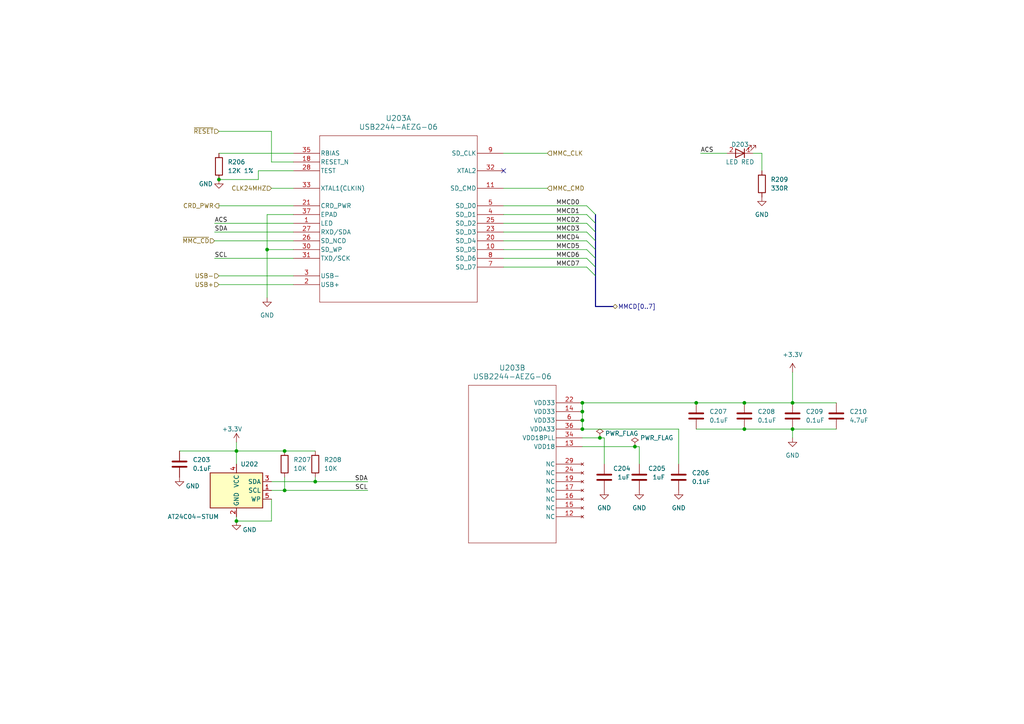
<source format=kicad_sch>
(kicad_sch (version 20230121) (generator eeschema)

  (uuid 97b61f51-4eb7-4fbc-a198-5cc8df130ea1)

  (paper "A4")

  (title_block
    (title "SHARED USB MEMORY")
    (date "2023-10-26")
    (rev "Rev0")
    (company "HNZ")
    (comment 1 "Licensed under CC-BY-SA V4.0")
    (comment 2 "2023 (C) Hiroshi Nakajima <hnakamiru1103@gmail.com>")
  )

  (lib_symbols
    (symbol "+3.3V_1" (power) (pin_names (offset 0)) (in_bom yes) (on_board yes)
      (property "Reference" "#PWR" (at 0 -3.81 0)
        (effects (font (size 1.27 1.27)) hide)
      )
      (property "Value" "+3.3V_1" (at 0 3.556 0)
        (effects (font (size 1.27 1.27)))
      )
      (property "Footprint" "" (at 0 0 0)
        (effects (font (size 1.27 1.27)) hide)
      )
      (property "Datasheet" "" (at 0 0 0)
        (effects (font (size 1.27 1.27)) hide)
      )
      (property "ki_keywords" "global power" (at 0 0 0)
        (effects (font (size 1.27 1.27)) hide)
      )
      (property "ki_description" "Power symbol creates a global label with name \"+3.3V\"" (at 0 0 0)
        (effects (font (size 1.27 1.27)) hide)
      )
      (symbol "+3.3V_1_0_1"
        (polyline
          (pts
            (xy -0.762 1.27)
            (xy 0 2.54)
          )
          (stroke (width 0) (type default))
          (fill (type none))
        )
        (polyline
          (pts
            (xy 0 0)
            (xy 0 2.54)
          )
          (stroke (width 0) (type default))
          (fill (type none))
        )
        (polyline
          (pts
            (xy 0 2.54)
            (xy 0.762 1.27)
          )
          (stroke (width 0) (type default))
          (fill (type none))
        )
      )
      (symbol "+3.3V_1_1_1"
        (pin power_in line (at 0 0 90) (length 0) hide
          (name "+3.3V" (effects (font (size 1.27 1.27))))
          (number "1" (effects (font (size 1.27 1.27))))
        )
      )
    )
    (symbol "+3.3V_2" (power) (pin_names (offset 0)) (in_bom yes) (on_board yes)
      (property "Reference" "#PWR" (at 0 -3.81 0)
        (effects (font (size 1.27 1.27)) hide)
      )
      (property "Value" "+3.3V_2" (at 0 3.556 0)
        (effects (font (size 1.27 1.27)))
      )
      (property "Footprint" "" (at 0 0 0)
        (effects (font (size 1.27 1.27)) hide)
      )
      (property "Datasheet" "" (at 0 0 0)
        (effects (font (size 1.27 1.27)) hide)
      )
      (property "ki_keywords" "global power" (at 0 0 0)
        (effects (font (size 1.27 1.27)) hide)
      )
      (property "ki_description" "Power symbol creates a global label with name \"+3.3V\"" (at 0 0 0)
        (effects (font (size 1.27 1.27)) hide)
      )
      (symbol "+3.3V_2_0_1"
        (polyline
          (pts
            (xy -0.762 1.27)
            (xy 0 2.54)
          )
          (stroke (width 0) (type default))
          (fill (type none))
        )
        (polyline
          (pts
            (xy 0 0)
            (xy 0 2.54)
          )
          (stroke (width 0) (type default))
          (fill (type none))
        )
        (polyline
          (pts
            (xy 0 2.54)
            (xy 0.762 1.27)
          )
          (stroke (width 0) (type default))
          (fill (type none))
        )
      )
      (symbol "+3.3V_2_1_1"
        (pin power_in line (at 0 0 90) (length 0) hide
          (name "+3.3V" (effects (font (size 1.27 1.27))))
          (number "1" (effects (font (size 1.27 1.27))))
        )
      )
    )
    (symbol "Device:C" (pin_numbers hide) (pin_names (offset 0.254)) (in_bom yes) (on_board yes)
      (property "Reference" "C" (at 0.635 2.54 0)
        (effects (font (size 1.27 1.27)) (justify left))
      )
      (property "Value" "C" (at 0.635 -2.54 0)
        (effects (font (size 1.27 1.27)) (justify left))
      )
      (property "Footprint" "" (at 0.9652 -3.81 0)
        (effects (font (size 1.27 1.27)) hide)
      )
      (property "Datasheet" "~" (at 0 0 0)
        (effects (font (size 1.27 1.27)) hide)
      )
      (property "ki_keywords" "cap capacitor" (at 0 0 0)
        (effects (font (size 1.27 1.27)) hide)
      )
      (property "ki_description" "Unpolarized capacitor" (at 0 0 0)
        (effects (font (size 1.27 1.27)) hide)
      )
      (property "ki_fp_filters" "C_*" (at 0 0 0)
        (effects (font (size 1.27 1.27)) hide)
      )
      (symbol "C_0_1"
        (polyline
          (pts
            (xy -2.032 -0.762)
            (xy 2.032 -0.762)
          )
          (stroke (width 0.508) (type default))
          (fill (type none))
        )
        (polyline
          (pts
            (xy -2.032 0.762)
            (xy 2.032 0.762)
          )
          (stroke (width 0.508) (type default))
          (fill (type none))
        )
      )
      (symbol "C_1_1"
        (pin passive line (at 0 3.81 270) (length 2.794)
          (name "~" (effects (font (size 1.27 1.27))))
          (number "1" (effects (font (size 1.27 1.27))))
        )
        (pin passive line (at 0 -3.81 90) (length 2.794)
          (name "~" (effects (font (size 1.27 1.27))))
          (number "2" (effects (font (size 1.27 1.27))))
        )
      )
    )
    (symbol "Device:LED" (pin_names (offset 1.016) hide) (in_bom yes) (on_board yes)
      (property "Reference" "D" (at 0 2.54 0)
        (effects (font (size 1.27 1.27)))
      )
      (property "Value" "LED" (at 0 -2.54 0)
        (effects (font (size 1.27 1.27)))
      )
      (property "Footprint" "" (at 0 0 0)
        (effects (font (size 1.27 1.27)) hide)
      )
      (property "Datasheet" "~" (at 0 0 0)
        (effects (font (size 1.27 1.27)) hide)
      )
      (property "ki_keywords" "LED diode" (at 0 0 0)
        (effects (font (size 1.27 1.27)) hide)
      )
      (property "ki_description" "Light emitting diode" (at 0 0 0)
        (effects (font (size 1.27 1.27)) hide)
      )
      (property "ki_fp_filters" "LED* LED_SMD:* LED_THT:*" (at 0 0 0)
        (effects (font (size 1.27 1.27)) hide)
      )
      (symbol "LED_0_1"
        (polyline
          (pts
            (xy -1.27 -1.27)
            (xy -1.27 1.27)
          )
          (stroke (width 0.254) (type default))
          (fill (type none))
        )
        (polyline
          (pts
            (xy -1.27 0)
            (xy 1.27 0)
          )
          (stroke (width 0) (type default))
          (fill (type none))
        )
        (polyline
          (pts
            (xy 1.27 -1.27)
            (xy 1.27 1.27)
            (xy -1.27 0)
            (xy 1.27 -1.27)
          )
          (stroke (width 0.254) (type default))
          (fill (type none))
        )
        (polyline
          (pts
            (xy -3.048 -0.762)
            (xy -4.572 -2.286)
            (xy -3.81 -2.286)
            (xy -4.572 -2.286)
            (xy -4.572 -1.524)
          )
          (stroke (width 0) (type default))
          (fill (type none))
        )
        (polyline
          (pts
            (xy -1.778 -0.762)
            (xy -3.302 -2.286)
            (xy -2.54 -2.286)
            (xy -3.302 -2.286)
            (xy -3.302 -1.524)
          )
          (stroke (width 0) (type default))
          (fill (type none))
        )
      )
      (symbol "LED_1_1"
        (pin passive line (at -3.81 0 0) (length 2.54)
          (name "K" (effects (font (size 1.27 1.27))))
          (number "1" (effects (font (size 1.27 1.27))))
        )
        (pin passive line (at 3.81 0 180) (length 2.54)
          (name "A" (effects (font (size 1.27 1.27))))
          (number "2" (effects (font (size 1.27 1.27))))
        )
      )
    )
    (symbol "Device:R" (pin_numbers hide) (pin_names (offset 0)) (in_bom yes) (on_board yes)
      (property "Reference" "R" (at 2.032 0 90)
        (effects (font (size 1.27 1.27)))
      )
      (property "Value" "R" (at 0 0 90)
        (effects (font (size 1.27 1.27)))
      )
      (property "Footprint" "" (at -1.778 0 90)
        (effects (font (size 1.27 1.27)) hide)
      )
      (property "Datasheet" "~" (at 0 0 0)
        (effects (font (size 1.27 1.27)) hide)
      )
      (property "ki_keywords" "R res resistor" (at 0 0 0)
        (effects (font (size 1.27 1.27)) hide)
      )
      (property "ki_description" "Resistor" (at 0 0 0)
        (effects (font (size 1.27 1.27)) hide)
      )
      (property "ki_fp_filters" "R_*" (at 0 0 0)
        (effects (font (size 1.27 1.27)) hide)
      )
      (symbol "R_0_1"
        (rectangle (start -1.016 -2.54) (end 1.016 2.54)
          (stroke (width 0.254) (type default))
          (fill (type none))
        )
      )
      (symbol "R_1_1"
        (pin passive line (at 0 3.81 270) (length 1.27)
          (name "~" (effects (font (size 1.27 1.27))))
          (number "1" (effects (font (size 1.27 1.27))))
        )
        (pin passive line (at 0 -3.81 90) (length 1.27)
          (name "~" (effects (font (size 1.27 1.27))))
          (number "2" (effects (font (size 1.27 1.27))))
        )
      )
    )
    (symbol "Memory_EEPROM:AT24CS04-STUM" (in_bom yes) (on_board yes)
      (property "Reference" "U" (at -7.62 6.35 0)
        (effects (font (size 1.27 1.27)))
      )
      (property "Value" "AT24CS04-STUM" (at 2.54 -6.35 0)
        (effects (font (size 1.27 1.27)) (justify left))
      )
      (property "Footprint" "Package_TO_SOT_SMD:SOT-23-5" (at 0 0 0)
        (effects (font (size 1.27 1.27)) hide)
      )
      (property "Datasheet" "http://ww1.microchip.com/downloads/en/DeviceDoc/Atmel-8766-SEEPROM-AT24CS04-08-Datasheet.pdf" (at 0 0 0)
        (effects (font (size 1.27 1.27)) hide)
      )
      (property "ki_keywords" "I2C Serial EEPROM Nonvolatile Memory" (at 0 0 0)
        (effects (font (size 1.27 1.27)) hide)
      )
      (property "ki_description" "I2C Serial EEPROM, 4Kb (512x8) with Unique Serial Number, SOT-23-5" (at 0 0 0)
        (effects (font (size 1.27 1.27)) hide)
      )
      (property "ki_fp_filters" "SOT?23*" (at 0 0 0)
        (effects (font (size 1.27 1.27)) hide)
      )
      (symbol "AT24CS04-STUM_1_1"
        (rectangle (start -7.62 5.08) (end 7.62 -5.08)
          (stroke (width 0.254) (type default))
          (fill (type background))
        )
        (pin input line (at 10.16 0 180) (length 2.54)
          (name "SCL" (effects (font (size 1.27 1.27))))
          (number "1" (effects (font (size 1.27 1.27))))
        )
        (pin power_in line (at 0 -7.62 90) (length 2.54)
          (name "GND" (effects (font (size 1.27 1.27))))
          (number "2" (effects (font (size 1.27 1.27))))
        )
        (pin bidirectional line (at 10.16 2.54 180) (length 2.54)
          (name "SDA" (effects (font (size 1.27 1.27))))
          (number "3" (effects (font (size 1.27 1.27))))
        )
        (pin power_in line (at 0 7.62 270) (length 2.54)
          (name "VCC" (effects (font (size 1.27 1.27))))
          (number "4" (effects (font (size 1.27 1.27))))
        )
        (pin input line (at 10.16 -2.54 180) (length 2.54)
          (name "WP" (effects (font (size 1.27 1.27))))
          (number "5" (effects (font (size 1.27 1.27))))
        )
      )
    )
    (symbol "power:GND" (power) (pin_numbers hide) (pin_names (offset 0) hide) (in_bom yes) (on_board yes)
      (property "Reference" "#PWR" (at 0 -6.35 0)
        (effects (font (size 1.27 1.27)) hide)
      )
      (property "Value" "GND" (at 0 -3.81 0)
        (effects (font (size 1.27 1.27)))
      )
      (property "Footprint" "" (at 0 0 0)
        (effects (font (size 1.27 1.27)) hide)
      )
      (property "Datasheet" "" (at 0 0 0)
        (effects (font (size 1.27 1.27)) hide)
      )
      (property "ki_keywords" "global power" (at 0 0 0)
        (effects (font (size 1.27 1.27)) hide)
      )
      (property "ki_description" "Power symbol creates a global label with name \"GND\" , ground" (at 0 0 0)
        (effects (font (size 1.27 1.27)) hide)
      )
      (symbol "GND_0_1"
        (polyline
          (pts
            (xy 0 0)
            (xy 0 -1.27)
            (xy 1.27 -1.27)
            (xy 0 -2.54)
            (xy -1.27 -1.27)
            (xy 0 -1.27)
          )
          (stroke (width 0) (type default))
          (fill (type none))
        )
      )
      (symbol "GND_1_1"
        (pin power_in line (at 0 0 270) (length 0) hide
          (name "GND" (effects (font (size 1.27 1.27))))
          (number "1" (effects (font (size 1.27 1.27))))
        )
      )
    )
    (symbol "power:PWR_FLAG" (power) (pin_numbers hide) (pin_names (offset 0) hide) (in_bom yes) (on_board yes)
      (property "Reference" "#FLG" (at 0 1.905 0)
        (effects (font (size 1.27 1.27)) hide)
      )
      (property "Value" "PWR_FLAG" (at 0 3.81 0)
        (effects (font (size 1.27 1.27)))
      )
      (property "Footprint" "" (at 0 0 0)
        (effects (font (size 1.27 1.27)) hide)
      )
      (property "Datasheet" "~" (at 0 0 0)
        (effects (font (size 1.27 1.27)) hide)
      )
      (property "ki_keywords" "flag power" (at 0 0 0)
        (effects (font (size 1.27 1.27)) hide)
      )
      (property "ki_description" "Special symbol for telling ERC where power comes from" (at 0 0 0)
        (effects (font (size 1.27 1.27)) hide)
      )
      (symbol "PWR_FLAG_0_0"
        (pin power_out line (at 0 0 90) (length 0)
          (name "pwr" (effects (font (size 1.27 1.27))))
          (number "1" (effects (font (size 1.27 1.27))))
        )
      )
      (symbol "PWR_FLAG_0_1"
        (polyline
          (pts
            (xy 0 0)
            (xy 0 1.27)
            (xy -1.016 1.905)
            (xy 0 2.54)
            (xy 1.016 1.905)
            (xy 0 1.27)
          )
          (stroke (width 0) (type default))
          (fill (type none))
        )
      )
    )
    (symbol "tbctl:USB2244-AEZG-06" (pin_names (offset 0.254)) (in_bom yes) (on_board yes)
      (property "Reference" "U" (at 30.48 10.16 0)
        (effects (font (size 1.524 1.524)))
      )
      (property "Value" "USB2244-AEZG-06" (at 30.48 7.62 0)
        (effects (font (size 1.524 1.524)))
      )
      (property "Footprint" "tbctl:QFN36_6X6MC_MCH" (at 0 0 0)
        (effects (font (size 1.27 1.27) italic) hide)
      )
      (property "Datasheet" "USB2244-AEZG-06" (at 0 0 0)
        (effects (font (size 1.27 1.27) italic) hide)
      )
      (property "ki_locked" "" (at 0 0 0)
        (effects (font (size 1.27 1.27)))
      )
      (property "ki_keywords" "USB2244-AEZG-06" (at 0 0 0)
        (effects (font (size 1.27 1.27)) hide)
      )
      (property "ki_fp_filters" "QFN36_6X6MC_MCH QFN36_6X6MC_MCH-M QFN36_6X6MC_MCH-L" (at 0 0 0)
        (effects (font (size 1.27 1.27)) hide)
      )
      (symbol "USB2244-AEZG-06_1_1"
        (polyline
          (pts
            (xy 7.62 -43.18)
            (xy 53.34 -43.18)
          )
          (stroke (width 0.127) (type default))
          (fill (type none))
        )
        (polyline
          (pts
            (xy 7.62 5.08)
            (xy 7.62 -43.18)
          )
          (stroke (width 0.127) (type default))
          (fill (type none))
        )
        (polyline
          (pts
            (xy 53.34 -43.18)
            (xy 53.34 5.08)
          )
          (stroke (width 0.127) (type default))
          (fill (type none))
        )
        (polyline
          (pts
            (xy 53.34 5.08)
            (xy 7.62 5.08)
          )
          (stroke (width 0.127) (type default))
          (fill (type none))
        )
        (pin bidirectional line (at 0 -20.32 0) (length 7.62)
          (name "LED" (effects (font (size 1.27 1.27))))
          (number "1" (effects (font (size 1.27 1.27))))
        )
        (pin bidirectional line (at 60.96 -27.94 180) (length 7.62)
          (name "SD_D5" (effects (font (size 1.27 1.27))))
          (number "10" (effects (font (size 1.27 1.27))))
        )
        (pin bidirectional line (at 60.96 -10.16 180) (length 7.62)
          (name "SD_CMD" (effects (font (size 1.27 1.27))))
          (number "11" (effects (font (size 1.27 1.27))))
        )
        (pin input line (at 0 -2.54 0) (length 7.62)
          (name "RESET_N" (effects (font (size 1.27 1.27))))
          (number "18" (effects (font (size 1.27 1.27))))
        )
        (pin bidirectional line (at 0 -38.1 0) (length 7.62)
          (name "USB+" (effects (font (size 1.27 1.27))))
          (number "2" (effects (font (size 1.27 1.27))))
        )
        (pin bidirectional line (at 60.96 -25.4 180) (length 7.62)
          (name "SD_D4" (effects (font (size 1.27 1.27))))
          (number "20" (effects (font (size 1.27 1.27))))
        )
        (pin bidirectional line (at 0 -15.24 0) (length 7.62)
          (name "CRD_PWR" (effects (font (size 1.27 1.27))))
          (number "21" (effects (font (size 1.27 1.27))))
        )
        (pin bidirectional line (at 60.96 -22.86 180) (length 7.62)
          (name "SD_D3" (effects (font (size 1.27 1.27))))
          (number "23" (effects (font (size 1.27 1.27))))
        )
        (pin bidirectional line (at 60.96 -20.32 180) (length 7.62)
          (name "SD_D2" (effects (font (size 1.27 1.27))))
          (number "25" (effects (font (size 1.27 1.27))))
        )
        (pin bidirectional line (at 0 -25.4 0) (length 7.62)
          (name "SD_NCD" (effects (font (size 1.27 1.27))))
          (number "26" (effects (font (size 1.27 1.27))))
        )
        (pin bidirectional line (at 0 -22.86 0) (length 7.62)
          (name "RXD/SDA" (effects (font (size 1.27 1.27))))
          (number "27" (effects (font (size 1.27 1.27))))
        )
        (pin input line (at 0 -5.08 0) (length 7.62)
          (name "TEST" (effects (font (size 1.27 1.27))))
          (number "28" (effects (font (size 1.27 1.27))))
        )
        (pin bidirectional line (at 0 -35.56 0) (length 7.62)
          (name "USB-" (effects (font (size 1.27 1.27))))
          (number "3" (effects (font (size 1.27 1.27))))
        )
        (pin unspecified line (at 0 -27.94 0) (length 7.62)
          (name "SD_WP" (effects (font (size 1.27 1.27))))
          (number "30" (effects (font (size 1.27 1.27))))
        )
        (pin bidirectional line (at 0 -30.48 0) (length 7.62)
          (name "TXD/SCK" (effects (font (size 1.27 1.27))))
          (number "31" (effects (font (size 1.27 1.27))))
        )
        (pin output line (at 60.96 -5.08 180) (length 7.62)
          (name "XTAL2" (effects (font (size 1.27 1.27))))
          (number "32" (effects (font (size 1.27 1.27))))
        )
        (pin input line (at 0 -10.16 0) (length 7.62)
          (name "XTAL1(CLKIN)" (effects (font (size 1.27 1.27))))
          (number "33" (effects (font (size 1.27 1.27))))
        )
        (pin input line (at 0 0 0) (length 7.62)
          (name "RBIAS" (effects (font (size 1.27 1.27))))
          (number "35" (effects (font (size 1.27 1.27))))
        )
        (pin unspecified line (at 0 -17.78 0) (length 7.62)
          (name "EPAD" (effects (font (size 1.27 1.27))))
          (number "37" (effects (font (size 1.27 1.27))))
        )
        (pin bidirectional line (at 60.96 -17.78 180) (length 7.62)
          (name "SD_D1" (effects (font (size 1.27 1.27))))
          (number "4" (effects (font (size 1.27 1.27))))
        )
        (pin bidirectional line (at 60.96 -15.24 180) (length 7.62)
          (name "SD_D0" (effects (font (size 1.27 1.27))))
          (number "5" (effects (font (size 1.27 1.27))))
        )
        (pin bidirectional line (at 60.96 -33.02 180) (length 7.62)
          (name "SD_D7" (effects (font (size 1.27 1.27))))
          (number "7" (effects (font (size 1.27 1.27))))
        )
        (pin bidirectional line (at 60.96 -30.48 180) (length 7.62)
          (name "SD_D6" (effects (font (size 1.27 1.27))))
          (number "8" (effects (font (size 1.27 1.27))))
        )
        (pin output line (at 60.96 0 180) (length 7.62)
          (name "SD_CLK" (effects (font (size 1.27 1.27))))
          (number "9" (effects (font (size 1.27 1.27))))
        )
      )
      (symbol "USB2244-AEZG-06_2_1"
        (polyline
          (pts
            (xy 7.62 -38.1)
            (xy 33.02 -38.1)
          )
          (stroke (width 0.127) (type default))
          (fill (type none))
        )
        (polyline
          (pts
            (xy 7.62 7.62)
            (xy 7.62 -38.1)
          )
          (stroke (width 0.127) (type default))
          (fill (type none))
        )
        (polyline
          (pts
            (xy 33.02 -38.1)
            (xy 33.02 7.62)
          )
          (stroke (width 0.127) (type default))
          (fill (type none))
        )
        (polyline
          (pts
            (xy 33.02 7.62)
            (xy 7.62 7.62)
          )
          (stroke (width 0.127) (type default))
          (fill (type none))
        )
        (pin no_connect line (at 0 0 0) (length 7.62)
          (name "NC" (effects (font (size 1.27 1.27))))
          (number "12" (effects (font (size 1.27 1.27))))
        )
        (pin power_in line (at 0 -20.32 0) (length 7.62)
          (name "VDD18" (effects (font (size 1.27 1.27))))
          (number "13" (effects (font (size 1.27 1.27))))
        )
        (pin power_in line (at 0 -30.48 0) (length 7.62)
          (name "VDD33" (effects (font (size 1.27 1.27))))
          (number "14" (effects (font (size 1.27 1.27))))
        )
        (pin no_connect line (at 0 -2.54 0) (length 7.62)
          (name "NC" (effects (font (size 1.27 1.27))))
          (number "15" (effects (font (size 1.27 1.27))))
        )
        (pin no_connect line (at 0 -5.08 0) (length 7.62)
          (name "NC" (effects (font (size 1.27 1.27))))
          (number "16" (effects (font (size 1.27 1.27))))
        )
        (pin no_connect line (at 0 -7.62 0) (length 7.62)
          (name "NC" (effects (font (size 1.27 1.27))))
          (number "17" (effects (font (size 1.27 1.27))))
        )
        (pin no_connect line (at 0 -10.16 0) (length 7.62)
          (name "NC" (effects (font (size 1.27 1.27))))
          (number "19" (effects (font (size 1.27 1.27))))
        )
        (pin power_in line (at 0 -33.02 0) (length 7.62)
          (name "VDD33" (effects (font (size 1.27 1.27))))
          (number "22" (effects (font (size 1.27 1.27))))
        )
        (pin no_connect line (at 0 -12.7 0) (length 7.62)
          (name "NC" (effects (font (size 1.27 1.27))))
          (number "24" (effects (font (size 1.27 1.27))))
        )
        (pin no_connect line (at 0 -15.24 0) (length 7.62)
          (name "NC" (effects (font (size 1.27 1.27))))
          (number "29" (effects (font (size 1.27 1.27))))
        )
        (pin power_in line (at 0 -22.86 0) (length 7.62)
          (name "VDD18PLL" (effects (font (size 1.27 1.27))))
          (number "34" (effects (font (size 1.27 1.27))))
        )
        (pin power_in line (at 0 -25.4 0) (length 7.62)
          (name "VDDA33" (effects (font (size 1.27 1.27))))
          (number "36" (effects (font (size 1.27 1.27))))
        )
        (pin power_in line (at 0 -27.94 0) (length 7.62)
          (name "VDD33" (effects (font (size 1.27 1.27))))
          (number "6" (effects (font (size 1.27 1.27))))
        )
      )
    )
  )

  (junction (at 68.58 130.81) (diameter 0) (color 0 0 0 0)
    (uuid 16c74a4c-3e3c-4c84-b0e2-8e70a500c3a9)
  )
  (junction (at 184.15 129.54) (diameter 0) (color 0 0 0 0)
    (uuid 18eed88d-f223-4075-97a3-81140ecdc9dd)
  )
  (junction (at 229.87 116.84) (diameter 0) (color 0 0 0 0)
    (uuid 2101f9c4-fb68-40b1-919d-46dc1754ce9f)
  )
  (junction (at 229.87 124.46) (diameter 0) (color 0 0 0 0)
    (uuid 33cbb742-b425-4f6b-b64c-177ce178d2f8)
  )
  (junction (at 168.91 121.92) (diameter 0) (color 0 0 0 0)
    (uuid 41840864-8275-4db7-88b5-18056113651d)
  )
  (junction (at 82.55 130.81) (diameter 0) (color 0 0 0 0)
    (uuid 7048ce00-26a3-4178-9b98-dae7ca4ec978)
  )
  (junction (at 215.9 124.46) (diameter 0) (color 0 0 0 0)
    (uuid 71d3554e-8db9-4171-877e-0608fc459699)
  )
  (junction (at 201.93 116.84) (diameter 0) (color 0 0 0 0)
    (uuid 7e281e6f-d01f-4e0d-9cc7-9f13f1df56fd)
  )
  (junction (at 91.44 139.7) (diameter 0) (color 0 0 0 0)
    (uuid 92ecedba-1ce2-4f7b-b96d-4529711b235d)
  )
  (junction (at 68.58 151.13) (diameter 0) (color 0 0 0 0)
    (uuid 93955b0d-ebb7-49b0-93d1-0ae9b9568742)
  )
  (junction (at 82.55 142.24) (diameter 0) (color 0 0 0 0)
    (uuid a0019ba0-39dc-4dca-9891-caf4add8d2b3)
  )
  (junction (at 63.5 52.07) (diameter 0) (color 0 0 0 0)
    (uuid b05a0aa7-c744-48b8-bbcc-d08f98b3d322)
  )
  (junction (at 168.91 119.38) (diameter 0) (color 0 0 0 0)
    (uuid bc9020ac-fe2a-4f57-a8d3-2c3088ef0cbf)
  )
  (junction (at 215.9 116.84) (diameter 0) (color 0 0 0 0)
    (uuid c2ee2f7c-8b59-480e-a766-2a991d26da08)
  )
  (junction (at 168.91 124.46) (diameter 0) (color 0 0 0 0)
    (uuid c579678e-2a34-4afb-b442-79f3bf054990)
  )
  (junction (at 173.99 127) (diameter 0) (color 0 0 0 0)
    (uuid e9e80711-f3ab-4310-9837-e983cca0071e)
  )
  (junction (at 77.47 72.39) (diameter 0) (color 0 0 0 0)
    (uuid f32cb569-b18a-43c8-96b8-ee142a3701b5)
  )
  (junction (at 168.91 116.84) (diameter 0) (color 0 0 0 0)
    (uuid fba57f2f-db93-439d-932b-495c7e332829)
  )

  (no_connect (at 146.05 49.53) (uuid d221c0da-8285-4860-b563-6f5ef49543f1))

  (bus_entry (at 170.18 62.23) (size 2.54 2.54)
    (stroke (width 0) (type default))
    (uuid 140d7360-6eae-4151-af89-64fff1ec7968)
  )
  (bus_entry (at 170.18 67.31) (size 2.54 2.54)
    (stroke (width 0) (type default))
    (uuid 3c701a86-0cf9-4e9f-bac8-a048413adb46)
  )
  (bus_entry (at 170.18 77.47) (size 2.54 2.54)
    (stroke (width 0) (type default))
    (uuid 5b972c9a-8da4-4be8-8805-4b5f04fcf38a)
  )
  (bus_entry (at 170.18 74.93) (size 2.54 2.54)
    (stroke (width 0) (type default))
    (uuid 6b176406-5f99-4319-b00c-d3d1bd99bf65)
  )
  (bus_entry (at 170.18 72.39) (size 2.54 2.54)
    (stroke (width 0) (type default))
    (uuid 6cb674fb-5284-4ef9-b4f7-185291c62655)
  )
  (bus_entry (at 170.18 59.69) (size 2.54 2.54)
    (stroke (width 0) (type default))
    (uuid abfd2926-7234-40da-8122-3c25ebfe4443)
  )
  (bus_entry (at 170.18 64.77) (size 2.54 2.54)
    (stroke (width 0) (type default))
    (uuid b46adfa9-9250-4c87-8956-5253d7b0d4ca)
  )
  (bus_entry (at 170.18 69.85) (size 2.54 2.54)
    (stroke (width 0) (type default))
    (uuid f06cc41c-67ef-4228-8848-e0929b5fdff8)
  )

  (bus (pts (xy 172.72 67.31) (xy 172.72 69.85))
    (stroke (width 0) (type default))
    (uuid 05107ab9-180e-4e85-b064-ffae97a1fbdb)
  )
  (bus (pts (xy 172.72 88.9) (xy 172.72 80.01))
    (stroke (width 0) (type default))
    (uuid 06f03e06-a3e7-4e79-a5b5-46d9e27e89c8)
  )

  (wire (pts (xy 78.74 151.13) (xy 68.58 151.13))
    (stroke (width 0) (type default))
    (uuid 0be275c7-6f3b-4bc1-9366-1b1cc15032c1)
  )
  (wire (pts (xy 168.91 127) (xy 173.99 127))
    (stroke (width 0) (type default))
    (uuid 0e81e5eb-3921-46e4-a1af-82ec319c9fa4)
  )
  (wire (pts (xy 78.74 54.61) (xy 85.09 54.61))
    (stroke (width 0) (type default))
    (uuid 13b81ec1-9abf-4c72-9d4f-b3f34013a702)
  )
  (wire (pts (xy 175.26 127) (xy 175.26 134.62))
    (stroke (width 0) (type default))
    (uuid 1aab6571-3a13-49a7-9017-3a3a9495734d)
  )
  (wire (pts (xy 78.74 144.78) (xy 78.74 151.13))
    (stroke (width 0) (type default))
    (uuid 1c6d0a28-24ad-4a56-8ba1-a34ddfdad8b7)
  )
  (wire (pts (xy 196.85 134.62) (xy 196.85 124.46))
    (stroke (width 0) (type default))
    (uuid 1e9e8f38-75b3-4c7d-9f50-ca392424be1c)
  )
  (wire (pts (xy 220.98 44.45) (xy 218.44 44.45))
    (stroke (width 0) (type default))
    (uuid 2065f44d-4bc8-4730-9bb5-74d02bccc8cd)
  )
  (wire (pts (xy 146.05 72.39) (xy 170.18 72.39))
    (stroke (width 0) (type default))
    (uuid 20a762ea-d481-460b-a1db-ad75642f9457)
  )
  (wire (pts (xy 78.74 38.1) (xy 78.74 46.99))
    (stroke (width 0) (type default))
    (uuid 210a2598-b52e-4c75-8e90-750504919ad6)
  )
  (wire (pts (xy 77.47 72.39) (xy 85.09 72.39))
    (stroke (width 0) (type default))
    (uuid 21ffdf65-d8b8-44f5-8339-5fe64b81e7fd)
  )
  (wire (pts (xy 82.55 138.43) (xy 82.55 142.24))
    (stroke (width 0) (type default))
    (uuid 2727d0d2-f7b3-42e6-8f7c-48d7fd1ae162)
  )
  (wire (pts (xy 168.91 121.92) (xy 168.91 124.46))
    (stroke (width 0) (type default))
    (uuid 284bdbb0-4ba3-4957-a31b-437da690fb54)
  )
  (wire (pts (xy 63.5 38.1) (xy 78.74 38.1))
    (stroke (width 0) (type default))
    (uuid 2c9ef1f8-9acb-4c74-ae4c-f72734a2170f)
  )
  (wire (pts (xy 74.93 49.53) (xy 85.09 49.53))
    (stroke (width 0) (type default))
    (uuid 304df32c-58d2-4ed7-b725-56a544e54f5c)
  )
  (wire (pts (xy 63.5 59.69) (xy 85.09 59.69))
    (stroke (width 0) (type default))
    (uuid 3219bb1b-fa1f-48c2-8310-4752cca502f9)
  )
  (wire (pts (xy 68.58 149.86) (xy 68.58 151.13))
    (stroke (width 0) (type default))
    (uuid 3675e89e-1e22-4cec-8035-54160eedbe11)
  )
  (wire (pts (xy 146.05 67.31) (xy 170.18 67.31))
    (stroke (width 0) (type default))
    (uuid 384999a1-103f-4b1a-9ef0-8bffb2364299)
  )
  (wire (pts (xy 68.58 130.81) (xy 82.55 130.81))
    (stroke (width 0) (type default))
    (uuid 3ab3ecc8-fe86-4a32-8030-5c06d66df91c)
  )
  (wire (pts (xy 63.5 80.01) (xy 85.09 80.01))
    (stroke (width 0) (type default))
    (uuid 3ec82ee0-528d-47e9-839a-e16985026fbb)
  )
  (wire (pts (xy 68.58 134.62) (xy 68.58 130.81))
    (stroke (width 0) (type default))
    (uuid 3f12c3d1-3767-4105-83f8-8ae0be5364ad)
  )
  (wire (pts (xy 220.98 49.53) (xy 220.98 44.45))
    (stroke (width 0) (type default))
    (uuid 4125b92d-53ca-4bfe-bbda-21420b73bd0a)
  )
  (wire (pts (xy 78.74 142.24) (xy 82.55 142.24))
    (stroke (width 0) (type default))
    (uuid 4506efd5-fd0f-4203-a18d-4431985b4475)
  )
  (wire (pts (xy 77.47 62.23) (xy 77.47 72.39))
    (stroke (width 0) (type default))
    (uuid 490253e4-17b0-445e-bbf9-e7365ec92a50)
  )
  (bus (pts (xy 172.72 72.39) (xy 172.72 69.85))
    (stroke (width 0) (type default))
    (uuid 4db18375-4a7d-4dd9-9b9b-08ca851da07a)
  )

  (wire (pts (xy 146.05 64.77) (xy 170.18 64.77))
    (stroke (width 0) (type default))
    (uuid 4fdb922d-b1f8-4ff1-ac7f-199273d9f4f2)
  )
  (wire (pts (xy 63.5 44.45) (xy 85.09 44.45))
    (stroke (width 0) (type default))
    (uuid 5257150f-b5f1-486e-971a-12b28738f221)
  )
  (wire (pts (xy 168.91 129.54) (xy 184.15 129.54))
    (stroke (width 0) (type default))
    (uuid 56fc0905-c42b-4d7c-82cd-17d217270a9e)
  )
  (wire (pts (xy 91.44 139.7) (xy 106.68 139.7))
    (stroke (width 0) (type default))
    (uuid 610e9d52-b342-48ca-800e-7e87e22366b9)
  )
  (wire (pts (xy 78.74 139.7) (xy 91.44 139.7))
    (stroke (width 0) (type default))
    (uuid 61295968-4c4d-4c4f-b21c-82b28659ea9d)
  )
  (wire (pts (xy 52.07 130.81) (xy 68.58 130.81))
    (stroke (width 0) (type default))
    (uuid 6150d070-3ec7-45f6-87f0-2d05b468b3a0)
  )
  (wire (pts (xy 168.91 119.38) (xy 168.91 121.92))
    (stroke (width 0) (type default))
    (uuid 645e9297-e6cf-452d-89a5-d475387bf5bf)
  )
  (wire (pts (xy 77.47 72.39) (xy 77.47 86.36))
    (stroke (width 0) (type default))
    (uuid 658e59a4-8106-4c18-84a2-6b297becc129)
  )
  (wire (pts (xy 74.93 49.53) (xy 74.93 52.07))
    (stroke (width 0) (type default))
    (uuid 688f089c-b0c7-4f1f-804c-01853d29171e)
  )
  (wire (pts (xy 146.05 62.23) (xy 170.18 62.23))
    (stroke (width 0) (type default))
    (uuid 6a66521a-057d-44bf-85fe-1d2172cf3502)
  )
  (wire (pts (xy 196.85 124.46) (xy 168.91 124.46))
    (stroke (width 0) (type default))
    (uuid 709dfb17-4342-43d9-8f1a-bed2bd447fc7)
  )
  (wire (pts (xy 62.23 69.85) (xy 85.09 69.85))
    (stroke (width 0) (type default))
    (uuid 77d3dee1-dd5c-4877-9e69-93a33f698cc3)
  )
  (wire (pts (xy 62.23 74.93) (xy 85.09 74.93))
    (stroke (width 0) (type default))
    (uuid 78f074c4-7084-4153-9307-9acd279b14a0)
  )
  (wire (pts (xy 146.05 44.45) (xy 158.75 44.45))
    (stroke (width 0) (type default))
    (uuid 79c6296e-fc6c-42e3-9bf5-a06a9c03fb9f)
  )
  (bus (pts (xy 172.72 74.93) (xy 172.72 77.47))
    (stroke (width 0) (type default))
    (uuid 847aa0db-3b36-4042-9517-08d211087704)
  )

  (wire (pts (xy 173.99 127) (xy 175.26 127))
    (stroke (width 0) (type default))
    (uuid 89665e78-8d7d-46a2-bad2-b8ddb372bddf)
  )
  (wire (pts (xy 229.87 116.84) (xy 242.57 116.84))
    (stroke (width 0) (type default))
    (uuid 8d6e4ba4-5c9c-4151-ab8c-0b1dc0fcae0b)
  )
  (wire (pts (xy 215.9 116.84) (xy 229.87 116.84))
    (stroke (width 0) (type default))
    (uuid 8dc45eeb-2923-4134-b1f0-e48539e35aa4)
  )
  (wire (pts (xy 146.05 77.47) (xy 170.18 77.47))
    (stroke (width 0) (type default))
    (uuid 9485bbc9-d3c7-46a5-a04a-1a6fff5e76b8)
  )
  (wire (pts (xy 168.91 116.84) (xy 168.91 119.38))
    (stroke (width 0) (type default))
    (uuid 957cb3d5-ed08-41c2-980e-2f910a1bd194)
  )
  (wire (pts (xy 85.09 62.23) (xy 77.47 62.23))
    (stroke (width 0) (type default))
    (uuid 95a223d8-0828-482f-84f8-7e4dfd3399d4)
  )
  (wire (pts (xy 201.93 124.46) (xy 215.9 124.46))
    (stroke (width 0) (type default))
    (uuid 9965f2a6-b510-4f66-b378-bcce3f0d2ca2)
  )
  (bus (pts (xy 172.72 77.47) (xy 172.72 80.01))
    (stroke (width 0) (type default))
    (uuid 9eab026c-3533-45aa-be7e-eeeb541422cf)
  )

  (wire (pts (xy 63.5 82.55) (xy 85.09 82.55))
    (stroke (width 0) (type default))
    (uuid a0869965-993d-4f13-a085-9c39bb445a66)
  )
  (wire (pts (xy 146.05 59.69) (xy 170.18 59.69))
    (stroke (width 0) (type default))
    (uuid a26b27f3-9286-442b-9c1d-56bd5a8911ec)
  )
  (wire (pts (xy 82.55 142.24) (xy 106.68 142.24))
    (stroke (width 0) (type default))
    (uuid a3b3de9b-074f-493e-8937-e30ba5c8e4f3)
  )
  (wire (pts (xy 146.05 69.85) (xy 170.18 69.85))
    (stroke (width 0) (type default))
    (uuid a4247ca9-a043-44b2-a6a6-be0449bd6f8d)
  )
  (wire (pts (xy 184.15 129.54) (xy 185.42 129.54))
    (stroke (width 0) (type default))
    (uuid a746660d-b799-490c-a31a-42f79d0fe1c8)
  )
  (bus (pts (xy 172.72 62.23) (xy 172.72 64.77))
    (stroke (width 0) (type default))
    (uuid a9060922-ec54-4c3c-899e-3f44e7c70914)
  )

  (wire (pts (xy 62.23 67.31) (xy 85.09 67.31))
    (stroke (width 0) (type default))
    (uuid ac1c898a-f2d5-4049-b043-5e9283dad18f)
  )
  (wire (pts (xy 229.87 124.46) (xy 242.57 124.46))
    (stroke (width 0) (type default))
    (uuid aebd91a4-e22b-406f-922d-946c479f2245)
  )
  (wire (pts (xy 78.74 46.99) (xy 85.09 46.99))
    (stroke (width 0) (type default))
    (uuid b5cd9f53-fc45-404d-b309-9e60e4b6789a)
  )
  (wire (pts (xy 215.9 124.46) (xy 229.87 124.46))
    (stroke (width 0) (type default))
    (uuid c2667ebd-5e0c-463d-9f01-30ad0d803079)
  )
  (wire (pts (xy 229.87 124.46) (xy 229.87 127))
    (stroke (width 0) (type default))
    (uuid c5aea930-12c7-4868-bc8e-4460aedb04e3)
  )
  (wire (pts (xy 91.44 138.43) (xy 91.44 139.7))
    (stroke (width 0) (type default))
    (uuid c5ee528e-83cf-490d-ba57-313eedb69d1a)
  )
  (wire (pts (xy 146.05 74.93) (xy 170.18 74.93))
    (stroke (width 0) (type default))
    (uuid c774f2ba-2744-4655-a48f-56153931273f)
  )
  (bus (pts (xy 172.72 72.39) (xy 172.72 74.93))
    (stroke (width 0) (type default))
    (uuid cd3b8a0f-1033-4af4-9083-1dd12f312fd3)
  )
  (bus (pts (xy 172.72 64.77) (xy 172.72 67.31))
    (stroke (width 0) (type default))
    (uuid cf6b9846-8d15-489b-8456-f19aa599cef3)
  )

  (wire (pts (xy 62.23 64.77) (xy 85.09 64.77))
    (stroke (width 0) (type default))
    (uuid d2782bfb-697f-407e-8967-e02e9015753a)
  )
  (wire (pts (xy 229.87 107.95) (xy 229.87 116.84))
    (stroke (width 0) (type default))
    (uuid d597d5d9-5df8-43d7-95d0-bf217ebaecff)
  )
  (wire (pts (xy 185.42 129.54) (xy 185.42 134.62))
    (stroke (width 0) (type default))
    (uuid dc29efd1-9ca9-4479-8807-a3a0c81145f1)
  )
  (wire (pts (xy 74.93 52.07) (xy 63.5 52.07))
    (stroke (width 0) (type default))
    (uuid deeb3fa9-fe49-4da9-af4d-ab694f05c30c)
  )
  (wire (pts (xy 82.55 130.81) (xy 91.44 130.81))
    (stroke (width 0) (type default))
    (uuid e2769aea-48b6-4b83-aa72-f074a3857719)
  )
  (wire (pts (xy 203.2 44.45) (xy 210.82 44.45))
    (stroke (width 0) (type default))
    (uuid e38d052b-ae58-4039-b7ae-64587da38d13)
  )
  (wire (pts (xy 68.58 130.81) (xy 68.58 128.27))
    (stroke (width 0) (type default))
    (uuid e9bf56a2-64d7-4191-be1c-f6bdba3c92f9)
  )
  (bus (pts (xy 172.72 88.9) (xy 177.8 88.9))
    (stroke (width 0) (type default))
    (uuid f29d5fcd-c9b7-4264-94bc-344431ee67b3)
  )

  (wire (pts (xy 201.93 116.84) (xy 215.9 116.84))
    (stroke (width 0) (type default))
    (uuid f3319490-84fb-481b-a91d-ffe1bfec2970)
  )
  (wire (pts (xy 146.05 54.61) (xy 158.75 54.61))
    (stroke (width 0) (type default))
    (uuid f902bb73-aa60-4c21-a518-00d59fb8eb70)
  )
  (wire (pts (xy 168.91 116.84) (xy 201.93 116.84))
    (stroke (width 0) (type default))
    (uuid fa9d18bc-5762-4d3d-ba94-b45ba3563db3)
  )

  (label "MMCD5" (at 161.29 72.39 0) (fields_autoplaced)
    (effects (font (size 1.27 1.27)) (justify left bottom))
    (uuid 0d5c7a4a-c2b0-4e9d-a286-446d4502bbe6)
  )
  (label "MMCD3" (at 161.29 67.31 0) (fields_autoplaced)
    (effects (font (size 1.27 1.27)) (justify left bottom))
    (uuid 0f028ccf-26c0-4cf3-a040-739c222f9a43)
  )
  (label "MMCD6" (at 161.29 74.93 0) (fields_autoplaced)
    (effects (font (size 1.27 1.27)) (justify left bottom))
    (uuid 13abb189-3a99-48ce-baaa-7ac8776dffe2)
  )
  (label "MMCD1" (at 161.29 62.23 0) (fields_autoplaced)
    (effects (font (size 1.27 1.27)) (justify left bottom))
    (uuid 2a2c72fa-bd5b-487a-b922-37d2a641763a)
  )
  (label "SCL" (at 106.68 142.24 180) (fields_autoplaced)
    (effects (font (size 1.27 1.27)) (justify right bottom))
    (uuid 36496db0-cdc8-4cfa-87da-cb43c9f92737)
  )
  (label "MMCD0" (at 161.29 59.69 0) (fields_autoplaced)
    (effects (font (size 1.27 1.27)) (justify left bottom))
    (uuid 403f681e-7bd2-4d39-84bb-7a628cd72ec6)
  )
  (label "SDA" (at 62.23 67.31 0) (fields_autoplaced)
    (effects (font (size 1.27 1.27)) (justify left bottom))
    (uuid 4159b8f0-f50f-4754-b61c-839164b2ee46)
  )
  (label "ACS" (at 62.23 64.77 0) (fields_autoplaced)
    (effects (font (size 1.27 1.27)) (justify left bottom))
    (uuid 459dea80-b888-4cd2-bc23-15147b3e6916)
  )
  (label "MMCD2" (at 161.29 64.77 0) (fields_autoplaced)
    (effects (font (size 1.27 1.27)) (justify left bottom))
    (uuid 58802e0f-8418-400d-b32a-cf897e4ed1b9)
  )
  (label "SCL" (at 62.23 74.93 0) (fields_autoplaced)
    (effects (font (size 1.27 1.27)) (justify left bottom))
    (uuid 9f070b58-2a51-4cba-94c5-58ade365b2e4)
  )
  (label "MMCD4" (at 161.29 69.85 0) (fields_autoplaced)
    (effects (font (size 1.27 1.27)) (justify left bottom))
    (uuid a245575e-c0da-4e04-9e15-fe5e743a86b0)
  )
  (label "ACS" (at 203.2 44.45 0) (fields_autoplaced)
    (effects (font (size 1.27 1.27)) (justify left bottom))
    (uuid a4958298-bc49-4b56-9d60-ec84cc722d9e)
  )
  (label "SDA" (at 106.68 139.7 180) (fields_autoplaced)
    (effects (font (size 1.27 1.27)) (justify right bottom))
    (uuid d25e6b3b-1298-4a33-af20-5ca54413ede5)
  )
  (label "MMCD7" (at 161.29 77.47 0) (fields_autoplaced)
    (effects (font (size 1.27 1.27)) (justify left bottom))
    (uuid f8d02fe5-d336-4f27-ad29-bc64262a7ef2)
  )

  (hierarchical_label "~{MMC_CD}" (shape input) (at 62.23 69.85 180) (fields_autoplaced)
    (effects (font (size 1.27 1.27)) (justify right))
    (uuid 4f9d831d-e071-42c4-ae04-b082502d1f81)
  )
  (hierarchical_label "USB+" (shape input) (at 63.5 82.55 180) (fields_autoplaced)
    (effects (font (size 1.27 1.27)) (justify right))
    (uuid 53e4a465-5351-4eff-9590-1c78cdf30c31)
  )
  (hierarchical_label "CLK24MHZ" (shape input) (at 78.74 54.61 180) (fields_autoplaced)
    (effects (font (size 1.27 1.27)) (justify right))
    (uuid 5e79f0b2-e784-43bf-8f01-c0b388a4452c)
  )
  (hierarchical_label "CRD_PWR" (shape output) (at 63.5 59.69 180) (fields_autoplaced)
    (effects (font (size 1.27 1.27)) (justify right))
    (uuid 7d85c1dc-bb55-4a43-b1f2-fa0fbe9a484f)
  )
  (hierarchical_label "MMC_CMD" (shape input) (at 158.75 54.61 0) (fields_autoplaced)
    (effects (font (size 1.27 1.27)) (justify left))
    (uuid adf0d50d-ad3d-4762-a6cf-d87e9eacd533)
  )
  (hierarchical_label "USB-" (shape input) (at 63.5 80.01 180) (fields_autoplaced)
    (effects (font (size 1.27 1.27)) (justify right))
    (uuid c9d1e439-1f13-4144-b0fd-8976ac8024a4)
  )
  (hierarchical_label "~{RESET}" (shape input) (at 63.5 38.1 180) (fields_autoplaced)
    (effects (font (size 1.27 1.27)) (justify right))
    (uuid e5568f5b-9a55-4e95-8cc1-95f07a5ffded)
  )
  (hierarchical_label "MMC_CLK" (shape input) (at 158.75 44.45 0) (fields_autoplaced)
    (effects (font (size 1.27 1.27)) (justify left))
    (uuid f30d02bf-8d06-430e-bdaf-86f1b42e78a5)
  )
  (hierarchical_label "MMCD[0..7]" (shape bidirectional) (at 177.8 88.9 0) (fields_autoplaced)
    (effects (font (size 1.27 1.27)) (justify left))
    (uuid f960238b-8c26-4294-99db-4dad736fe0aa)
  )

  (symbol (lib_id "Device:C") (at 229.87 120.65 0) (unit 1)
    (in_bom yes) (on_board yes) (dnp no) (fields_autoplaced)
    (uuid 0d706e12-b02e-4faa-9f26-03f7749dfbcf)
    (property "Reference" "C209" (at 233.68 119.38 0)
      (effects (font (size 1.27 1.27)) (justify left))
    )
    (property "Value" "0.1uF" (at 233.68 121.92 0)
      (effects (font (size 1.27 1.27)) (justify left))
    )
    (property "Footprint" "Capacitor_SMD:C_0603_1608Metric_Pad1.08x0.95mm_HandSolder" (at 230.8352 124.46 0)
      (effects (font (size 1.27 1.27)) hide)
    )
    (property "Datasheet" "~" (at 229.87 120.65 0)
      (effects (font (size 1.27 1.27)) hide)
    )
    (property "digikey" "311-1824-1-ND" (at 229.87 120.65 0)
      (effects (font (size 1.27 1.27)) hide)
    )
    (property "storeURL" "https://www.digikey.com/en/products/detail/yageo/CC0603MRX7R7BB104/5195231" (at 229.87 120.65 0)
      (effects (font (size 1.27 1.27)) hide)
    )
    (pin "1" (uuid 613b1244-7772-4014-ad5f-d83a5bc108b5))
    (pin "2" (uuid cd085b75-ec31-440d-a76e-2c8fdd81ff51))
    (instances
      (project "shareusbdisk2"
        (path "/162b1c1e-524d-401b-83ef-9451f22857be/fa780109-0346-45c4-a447-01306c1d4dad"
          (reference "C209") (unit 1)
        )
        (path "/162b1c1e-524d-401b-83ef-9451f22857be/df884924-ce27-4082-8a4e-77eea842a4d2"
          (reference "C312") (unit 1)
        )
      )
    )
  )

  (symbol (lib_id "power:GND") (at 229.87 127 0) (unit 1)
    (in_bom yes) (on_board yes) (dnp no) (fields_autoplaced)
    (uuid 172d0bc5-6c77-4204-bc69-c1a55b556e0e)
    (property "Reference" "#PWR0216" (at 229.87 133.35 0)
      (effects (font (size 1.27 1.27)) hide)
    )
    (property "Value" "GND" (at 229.87 132.08 0)
      (effects (font (size 1.27 1.27)))
    )
    (property "Footprint" "" (at 229.87 127 0)
      (effects (font (size 1.27 1.27)) hide)
    )
    (property "Datasheet" "" (at 229.87 127 0)
      (effects (font (size 1.27 1.27)) hide)
    )
    (pin "1" (uuid dfd46e30-e427-4739-8fa3-e832125a9057))
    (instances
      (project "shareusbdisk2"
        (path "/162b1c1e-524d-401b-83ef-9451f22857be/fa780109-0346-45c4-a447-01306c1d4dad"
          (reference "#PWR0216") (unit 1)
        )
        (path "/162b1c1e-524d-401b-83ef-9451f22857be/df884924-ce27-4082-8a4e-77eea842a4d2"
          (reference "#PWR0335") (unit 1)
        )
      )
    )
  )

  (symbol (lib_id "power:PWR_FLAG") (at 173.99 127 0) (unit 1)
    (in_bom yes) (on_board yes) (dnp no)
    (uuid 1772c553-19e2-4068-85b6-4746db42ef2a)
    (property "Reference" "#FLG0202" (at 173.99 125.095 0)
      (effects (font (size 1.27 1.27)) hide)
    )
    (property "Value" "PWR_FLAG" (at 180.34 125.73 0)
      (effects (font (size 1.27 1.27)))
    )
    (property "Footprint" "" (at 173.99 127 0)
      (effects (font (size 1.27 1.27)) hide)
    )
    (property "Datasheet" "~" (at 173.99 127 0)
      (effects (font (size 1.27 1.27)) hide)
    )
    (pin "1" (uuid f185db4a-9b6f-4b11-ab43-0318d3fdcb2a))
    (instances
      (project "shareusbdisk2"
        (path "/162b1c1e-524d-401b-83ef-9451f22857be/fa780109-0346-45c4-a447-01306c1d4dad"
          (reference "#FLG0202") (unit 1)
        )
        (path "/162b1c1e-524d-401b-83ef-9451f22857be/df884924-ce27-4082-8a4e-77eea842a4d2"
          (reference "#FLG0302") (unit 1)
        )
      )
    )
  )

  (symbol (lib_id "Device:C") (at 196.85 138.43 0) (unit 1)
    (in_bom yes) (on_board yes) (dnp no) (fields_autoplaced)
    (uuid 1e3a9792-737d-4d9b-a737-2f193d012626)
    (property "Reference" "C206" (at 200.66 137.16 0)
      (effects (font (size 1.27 1.27)) (justify left))
    )
    (property "Value" "0.1uF" (at 200.66 139.7 0)
      (effects (font (size 1.27 1.27)) (justify left))
    )
    (property "Footprint" "Capacitor_SMD:C_0603_1608Metric_Pad1.08x0.95mm_HandSolder" (at 197.8152 142.24 0)
      (effects (font (size 1.27 1.27)) hide)
    )
    (property "Datasheet" "~" (at 196.85 138.43 0)
      (effects (font (size 1.27 1.27)) hide)
    )
    (property "digikey" "311-1824-1-ND" (at 196.85 138.43 0)
      (effects (font (size 1.27 1.27)) hide)
    )
    (property "storeURL" "https://www.digikey.com/en/products/detail/yageo/CC0603MRX7R7BB104/5195231" (at 196.85 138.43 0)
      (effects (font (size 1.27 1.27)) hide)
    )
    (pin "1" (uuid fb9e6e41-09e0-43bf-ae93-fc985c0d2db6))
    (pin "2" (uuid c6098b43-e858-4be3-9588-162858af5685))
    (instances
      (project "shareusbdisk2"
        (path "/162b1c1e-524d-401b-83ef-9451f22857be/fa780109-0346-45c4-a447-01306c1d4dad"
          (reference "C206") (unit 1)
        )
        (path "/162b1c1e-524d-401b-83ef-9451f22857be/df884924-ce27-4082-8a4e-77eea842a4d2"
          (reference "C306") (unit 1)
        )
      )
    )
  )

  (symbol (lib_id "Device:C") (at 215.9 120.65 0) (unit 1)
    (in_bom yes) (on_board yes) (dnp no) (fields_autoplaced)
    (uuid 2029ee4c-1f13-47ab-859e-18729b49a2df)
    (property "Reference" "C208" (at 219.71 119.38 0)
      (effects (font (size 1.27 1.27)) (justify left))
    )
    (property "Value" "0.1uF" (at 219.71 121.92 0)
      (effects (font (size 1.27 1.27)) (justify left))
    )
    (property "Footprint" "Capacitor_SMD:C_0603_1608Metric_Pad1.08x0.95mm_HandSolder" (at 216.8652 124.46 0)
      (effects (font (size 1.27 1.27)) hide)
    )
    (property "Datasheet" "~" (at 215.9 120.65 0)
      (effects (font (size 1.27 1.27)) hide)
    )
    (property "digikey" "311-1824-1-ND" (at 215.9 120.65 0)
      (effects (font (size 1.27 1.27)) hide)
    )
    (property "storeURL" "https://www.digikey.com/en/products/detail/yageo/CC0603MRX7R7BB104/5195231" (at 215.9 120.65 0)
      (effects (font (size 1.27 1.27)) hide)
    )
    (pin "1" (uuid 951643ad-14df-49a1-b542-ca37d128cec7))
    (pin "2" (uuid 29536663-5d97-4133-bc5e-83c01b1533c6))
    (instances
      (project "shareusbdisk2"
        (path "/162b1c1e-524d-401b-83ef-9451f22857be/fa780109-0346-45c4-a447-01306c1d4dad"
          (reference "C208") (unit 1)
        )
        (path "/162b1c1e-524d-401b-83ef-9451f22857be/df884924-ce27-4082-8a4e-77eea842a4d2"
          (reference "C311") (unit 1)
        )
      )
    )
  )

  (symbol (lib_id "power:GND") (at 185.42 142.24 0) (unit 1)
    (in_bom yes) (on_board yes) (dnp no) (fields_autoplaced)
    (uuid 22e150b1-84da-45e0-b85c-ea0f4795be42)
    (property "Reference" "#PWR0212" (at 185.42 148.59 0)
      (effects (font (size 1.27 1.27)) hide)
    )
    (property "Value" "GND" (at 185.42 147.32 0)
      (effects (font (size 1.27 1.27)))
    )
    (property "Footprint" "" (at 185.42 142.24 0)
      (effects (font (size 1.27 1.27)) hide)
    )
    (property "Datasheet" "" (at 185.42 142.24 0)
      (effects (font (size 1.27 1.27)) hide)
    )
    (pin "1" (uuid 8b52fb00-bcbc-4780-80b9-1742502e3708))
    (instances
      (project "shareusbdisk2"
        (path "/162b1c1e-524d-401b-83ef-9451f22857be/fa780109-0346-45c4-a447-01306c1d4dad"
          (reference "#PWR0212") (unit 1)
        )
        (path "/162b1c1e-524d-401b-83ef-9451f22857be/df884924-ce27-4082-8a4e-77eea842a4d2"
          (reference "#PWR0315") (unit 1)
        )
      )
    )
  )

  (symbol (lib_id "Device:R") (at 91.44 134.62 0) (unit 1)
    (in_bom yes) (on_board yes) (dnp no) (fields_autoplaced)
    (uuid 249e172e-68b8-4268-ac88-d3c47be00de2)
    (property "Reference" "R208" (at 93.98 133.3499 0)
      (effects (font (size 1.27 1.27)) (justify left))
    )
    (property "Value" "10K" (at 93.98 135.8899 0)
      (effects (font (size 1.27 1.27)) (justify left))
    )
    (property "Footprint" "Resistor_SMD:R_0805_2012Metric_Pad1.20x1.40mm_HandSolder" (at 89.662 134.62 90)
      (effects (font (size 1.27 1.27)) hide)
    )
    (property "Datasheet" "~" (at 91.44 134.62 0)
      (effects (font (size 1.27 1.27)) hide)
    )
    (property "digikey" "13-RC0603JR-1010KLCT-ND" (at 91.44 134.62 0)
      (effects (font (size 1.27 1.27)) hide)
    )
    (property "storeURL" "https://www.digikey.com/en/products/detail/yageo/RC0603JR-1010KL/13694233" (at 91.44 134.62 0)
      (effects (font (size 1.27 1.27)) hide)
    )
    (pin "1" (uuid 0473db24-9ab6-4cee-a0af-d1156bcff63d))
    (pin "2" (uuid f05bf8aa-9abb-4a8e-9170-1f611d87b424))
    (instances
      (project "shareusbdisk2"
        (path "/162b1c1e-524d-401b-83ef-9451f22857be/fa780109-0346-45c4-a447-01306c1d4dad"
          (reference "R208") (unit 1)
        )
        (path "/162b1c1e-524d-401b-83ef-9451f22857be/df884924-ce27-4082-8a4e-77eea842a4d2"
          (reference "R303") (unit 1)
        )
      )
    )
  )

  (symbol (lib_id "Device:C") (at 52.07 134.62 0) (unit 1)
    (in_bom yes) (on_board yes) (dnp no) (fields_autoplaced)
    (uuid 502e1907-79cc-4e71-bc59-4b73781be0b6)
    (property "Reference" "C203" (at 55.88 133.35 0)
      (effects (font (size 1.27 1.27)) (justify left))
    )
    (property "Value" "0.1uF" (at 55.88 135.89 0)
      (effects (font (size 1.27 1.27)) (justify left))
    )
    (property "Footprint" "Capacitor_SMD:C_0603_1608Metric_Pad1.08x0.95mm_HandSolder" (at 53.0352 138.43 0)
      (effects (font (size 1.27 1.27)) hide)
    )
    (property "Datasheet" "~" (at 52.07 134.62 0)
      (effects (font (size 1.27 1.27)) hide)
    )
    (property "digikey" "311-1824-1-ND" (at 52.07 134.62 0)
      (effects (font (size 1.27 1.27)) hide)
    )
    (property "storeURL" "https://www.digikey.com/en/products/detail/yageo/CC0603MRX7R7BB104/5195231" (at 52.07 134.62 0)
      (effects (font (size 1.27 1.27)) hide)
    )
    (pin "1" (uuid 2ae70728-8c2a-4a4a-9c8b-60e700920899))
    (pin "2" (uuid ee93d2e5-6560-40a7-99c5-cdc3cc48f3dc))
    (instances
      (project "shareusbdisk2"
        (path "/162b1c1e-524d-401b-83ef-9451f22857be/fa780109-0346-45c4-a447-01306c1d4dad"
          (reference "C203") (unit 1)
        )
        (path "/162b1c1e-524d-401b-83ef-9451f22857be/df884924-ce27-4082-8a4e-77eea842a4d2"
          (reference "C301") (unit 1)
        )
      )
    )
  )

  (symbol (lib_id "power:GND") (at 220.98 57.15 0) (unit 1)
    (in_bom yes) (on_board yes) (dnp no) (fields_autoplaced)
    (uuid 50e58857-8106-4f53-9092-12a8c1333a6e)
    (property "Reference" "#PWR0214" (at 220.98 63.5 0)
      (effects (font (size 1.27 1.27)) hide)
    )
    (property "Value" "GND" (at 220.98 62.23 0)
      (effects (font (size 1.27 1.27)))
    )
    (property "Footprint" "" (at 220.98 57.15 0)
      (effects (font (size 1.27 1.27)) hide)
    )
    (property "Datasheet" "" (at 220.98 57.15 0)
      (effects (font (size 1.27 1.27)) hide)
    )
    (pin "1" (uuid 26f8b32b-aebc-4553-aedb-d3d9770c7fb1))
    (instances
      (project "shareusbdisk2"
        (path "/162b1c1e-524d-401b-83ef-9451f22857be/fa780109-0346-45c4-a447-01306c1d4dad"
          (reference "#PWR0214") (unit 1)
        )
        (path "/162b1c1e-524d-401b-83ef-9451f22857be/df884924-ce27-4082-8a4e-77eea842a4d2"
          (reference "#PWR0323") (unit 1)
        )
      )
    )
  )

  (symbol (lib_id "Device:C") (at 201.93 120.65 0) (unit 1)
    (in_bom yes) (on_board yes) (dnp no) (fields_autoplaced)
    (uuid 61e811b0-28bf-4007-86af-f2843bd079a5)
    (property "Reference" "C207" (at 205.74 119.38 0)
      (effects (font (size 1.27 1.27)) (justify left))
    )
    (property "Value" "0.1uF" (at 205.74 121.92 0)
      (effects (font (size 1.27 1.27)) (justify left))
    )
    (property "Footprint" "Capacitor_SMD:C_0603_1608Metric_Pad1.08x0.95mm_HandSolder" (at 202.8952 124.46 0)
      (effects (font (size 1.27 1.27)) hide)
    )
    (property "Datasheet" "~" (at 201.93 120.65 0)
      (effects (font (size 1.27 1.27)) hide)
    )
    (property "digikey" "311-1824-1-ND" (at 201.93 120.65 0)
      (effects (font (size 1.27 1.27)) hide)
    )
    (property "storeURL" "https://www.digikey.com/en/products/detail/yageo/CC0603MRX7R7BB104/5195231" (at 201.93 120.65 0)
      (effects (font (size 1.27 1.27)) hide)
    )
    (pin "1" (uuid fae2ed92-43af-40ff-bc80-b1a4217bf0aa))
    (pin "2" (uuid c0fda49d-7d33-46c8-9ecf-2ed184ab7eeb))
    (instances
      (project "shareusbdisk2"
        (path "/162b1c1e-524d-401b-83ef-9451f22857be/fa780109-0346-45c4-a447-01306c1d4dad"
          (reference "C207") (unit 1)
        )
        (path "/162b1c1e-524d-401b-83ef-9451f22857be/df884924-ce27-4082-8a4e-77eea842a4d2"
          (reference "C310") (unit 1)
        )
      )
    )
  )

  (symbol (lib_id "power:GND") (at 68.58 151.13 0) (unit 1)
    (in_bom yes) (on_board yes) (dnp no)
    (uuid 63484e03-1388-45e7-b927-c7440861a098)
    (property "Reference" "#PWR0209" (at 68.58 157.48 0)
      (effects (font (size 1.27 1.27)) hide)
    )
    (property "Value" "GND" (at 72.39 153.67 0)
      (effects (font (size 1.27 1.27)))
    )
    (property "Footprint" "" (at 68.58 151.13 0)
      (effects (font (size 1.27 1.27)) hide)
    )
    (property "Datasheet" "" (at 68.58 151.13 0)
      (effects (font (size 1.27 1.27)) hide)
    )
    (pin "1" (uuid 17540384-4ef7-439c-bf4c-23d00e803c8f))
    (instances
      (project "shareusbdisk2"
        (path "/162b1c1e-524d-401b-83ef-9451f22857be/fa780109-0346-45c4-a447-01306c1d4dad"
          (reference "#PWR0209") (unit 1)
        )
        (path "/162b1c1e-524d-401b-83ef-9451f22857be/df884924-ce27-4082-8a4e-77eea842a4d2"
          (reference "#PWR0308") (unit 1)
        )
      )
    )
  )

  (symbol (lib_id "power:GND") (at 63.5 52.07 0) (unit 1)
    (in_bom yes) (on_board yes) (dnp no)
    (uuid 6620b7b3-2a78-4899-b420-9f096c2f2d2b)
    (property "Reference" "#PWR0207" (at 63.5 58.42 0)
      (effects (font (size 1.27 1.27)) hide)
    )
    (property "Value" "GND" (at 59.69 53.34 0)
      (effects (font (size 1.27 1.27)))
    )
    (property "Footprint" "" (at 63.5 52.07 0)
      (effects (font (size 1.27 1.27)) hide)
    )
    (property "Datasheet" "" (at 63.5 52.07 0)
      (effects (font (size 1.27 1.27)) hide)
    )
    (pin "1" (uuid 18ea5970-c31d-460e-abde-fc9a251133d7))
    (instances
      (project "shareusbdisk2"
        (path "/162b1c1e-524d-401b-83ef-9451f22857be/fa780109-0346-45c4-a447-01306c1d4dad"
          (reference "#PWR0207") (unit 1)
        )
        (path "/162b1c1e-524d-401b-83ef-9451f22857be/df884924-ce27-4082-8a4e-77eea842a4d2"
          (reference "#PWR0302") (unit 1)
        )
      )
    )
  )

  (symbol (lib_name "+3.3V_2") (lib_id "power:+3.3V") (at 68.58 128.27 0) (unit 1)
    (in_bom yes) (on_board yes) (dnp no)
    (uuid 6a6f6bd6-b0ed-42aa-8a36-f3d612cc6662)
    (property "Reference" "#PWR0208" (at 68.58 132.08 0)
      (effects (font (size 1.27 1.27)) hide)
    )
    (property "Value" "+3.3V" (at 67.31 124.46 0)
      (effects (font (size 1.27 1.27)))
    )
    (property "Footprint" "" (at 68.58 128.27 0)
      (effects (font (size 1.27 1.27)) hide)
    )
    (property "Datasheet" "" (at 68.58 128.27 0)
      (effects (font (size 1.27 1.27)) hide)
    )
    (pin "1" (uuid a6beaa2e-965f-4da5-b42a-4d50262ff77f))
    (instances
      (project "shareusbdisk2"
        (path "/162b1c1e-524d-401b-83ef-9451f22857be/fa780109-0346-45c4-a447-01306c1d4dad"
          (reference "#PWR0208") (unit 1)
        )
        (path "/162b1c1e-524d-401b-83ef-9451f22857be/df884924-ce27-4082-8a4e-77eea842a4d2"
          (reference "#PWR0307") (unit 1)
        )
      )
    )
  )

  (symbol (lib_id "tbctl:USB2244-AEZG-06") (at 168.91 149.86 180) (unit 2)
    (in_bom yes) (on_board yes) (dnp no) (fields_autoplaced)
    (uuid 80dd48d2-266a-4a22-989e-6b19b79733b1)
    (property "Reference" "U203" (at 148.59 106.68 0)
      (effects (font (size 1.524 1.524)))
    )
    (property "Value" "USB2244-AEZG-06" (at 148.59 109.22 0)
      (effects (font (size 1.524 1.524)))
    )
    (property "Footprint" "shareusbdisk2:QFN36_6X6MC_MCH" (at 168.91 149.86 0)
      (effects (font (size 1.27 1.27) italic) hide)
    )
    (property "Datasheet" "USB2244-AEZG-06" (at 168.91 149.86 0)
      (effects (font (size 1.27 1.27) italic) hide)
    )
    (property "digikey" "USB2244-AEZG-06-ND" (at 168.91 149.86 0)
      (effects (font (size 1.27 1.27)) hide)
    )
    (property "storeURL" "https://www.digikey.com/en/products/detail/microchip-technology/USB2244-AEZG-06/3873146" (at 168.91 149.86 0)
      (effects (font (size 1.27 1.27)) hide)
    )
    (pin "1" (uuid fb55445b-57a4-4b88-bdb6-5ef84d7ceb1d))
    (pin "10" (uuid 77510717-7c49-4eeb-ab6d-152ae3024166))
    (pin "11" (uuid 2b520b08-97fd-4506-9aff-10921efb038f))
    (pin "18" (uuid 9afc4520-0e56-4aef-8762-cdc1f69398cc))
    (pin "2" (uuid 8e02df22-bec9-4478-81fb-8ba711fa43ed))
    (pin "20" (uuid 64aaf13a-ee43-4571-99b3-11892bd1ff77))
    (pin "21" (uuid 06310c11-69ab-406f-9ce2-ac4236023d19))
    (pin "23" (uuid 0097571e-7010-44a7-ac7e-fbb89b796dea))
    (pin "25" (uuid 27c51ec5-71dc-4ca9-abbc-89377c4af212))
    (pin "26" (uuid f0bba049-4c91-41d5-9dfc-d0358b2c67c4))
    (pin "27" (uuid 141d6a14-38d3-4038-9d4c-0182e73b7de5))
    (pin "28" (uuid 381ed230-eda3-4865-b03b-b6a87005ea34))
    (pin "3" (uuid 9b474bc2-38d5-4362-869a-0acb729f57f9))
    (pin "30" (uuid da563714-daaf-4937-8dfd-3e5c688711f8))
    (pin "31" (uuid 5c3a8637-5fc9-4d38-b68f-2c17543db911))
    (pin "32" (uuid 0aaa685e-f996-41c7-987b-8720c809aa0b))
    (pin "33" (uuid 713bc5be-8fe1-48f6-850e-4d0fcd72ebfd))
    (pin "35" (uuid 5af401d5-c471-4a6c-8248-f906ed0fb14d))
    (pin "37" (uuid 1ad70bb3-c4cc-4024-b1ae-fac308377b36))
    (pin "4" (uuid 6e33b1f4-a6c6-44ad-9831-9f7243988ce2))
    (pin "5" (uuid 7818a0e0-f3ee-4f86-b3fa-2c0d8d53e16e))
    (pin "7" (uuid 6c80a73f-4a03-47c3-a6b8-f928db18511e))
    (pin "8" (uuid 5f1b63ab-cdc4-4c82-9aaf-158f3b5e5f47))
    (pin "9" (uuid 846feb41-71d0-4317-9fb6-1d3594647502))
    (pin "12" (uuid be095633-e4a8-404f-8052-dd11823f6a3e))
    (pin "13" (uuid aaece45f-89ae-47fb-b8be-7c356fb2276b))
    (pin "14" (uuid bac0d00c-b5bb-4503-a33f-8be1e0c71234))
    (pin "15" (uuid 735020b2-14d6-4ea3-ba70-b0adc500c0a9))
    (pin "16" (uuid 641749c4-eaeb-493e-8c72-348f9bebbb2a))
    (pin "17" (uuid 8efac9c9-c42c-465a-8bcb-fd1539f123b7))
    (pin "19" (uuid 4e2bd13d-73ee-4821-b951-b4091c47fe4e))
    (pin "22" (uuid 02ab2213-c8d0-4d7e-9215-b8f1861004b7))
    (pin "24" (uuid 6f2a1f2e-f9e1-4e7f-8655-b45d99413933))
    (pin "29" (uuid c527bc72-18bf-4123-ab89-c4e76a16e006))
    (pin "34" (uuid 5daed437-e06d-4f1a-9448-b62c1d54e273))
    (pin "36" (uuid b1854178-d4b6-460c-8080-ef1022988c33))
    (pin "6" (uuid 15267226-2e7b-4efc-8f83-4107a12d1d0a))
    (instances
      (project "shareusbdisk2"
        (path "/162b1c1e-524d-401b-83ef-9451f22857be/fa780109-0346-45c4-a447-01306c1d4dad"
          (reference "U203") (unit 2)
        )
        (path "/162b1c1e-524d-401b-83ef-9451f22857be/df884924-ce27-4082-8a4e-77eea842a4d2"
          (reference "U303") (unit 2)
        )
      )
    )
  )

  (symbol (lib_id "Device:C") (at 242.57 120.65 0) (unit 1)
    (in_bom yes) (on_board yes) (dnp no) (fields_autoplaced)
    (uuid 832feb18-77ad-4d1c-abba-59682156c429)
    (property "Reference" "C210" (at 246.38 119.38 0)
      (effects (font (size 1.27 1.27)) (justify left))
    )
    (property "Value" "4.7uF" (at 246.38 121.92 0)
      (effects (font (size 1.27 1.27)) (justify left))
    )
    (property "Footprint" "Capacitor_SMD::C_0805_2012Metric_Pad1.18x1.45mm_HandSolder" (at 243.5352 124.46 0)
      (effects (font (size 1.27 1.27)) hide)
    )
    (property "Datasheet" "~" (at 242.57 120.65 0)
      (effects (font (size 1.27 1.27)) hide)
    )
    (property "digikey" "311-1455-1-ND" (at 242.57 120.65 0)
      (effects (font (size 1.27 1.27)) hide)
    )
    (property "storeURL" "https://www.digikey.com/en/products/detail/yageo/CC0603KRX5R6BB475/2833620" (at 242.57 120.65 0)
      (effects (font (size 1.27 1.27)) hide)
    )
    (pin "1" (uuid 7f535b3f-322d-4d69-a211-06e5eac20153))
    (pin "2" (uuid 527bc65f-266a-4ffa-ae17-5769aa8b973e))
    (instances
      (project "shareusbdisk2"
        (path "/162b1c1e-524d-401b-83ef-9451f22857be/fa780109-0346-45c4-a447-01306c1d4dad"
          (reference "C210") (unit 1)
        )
        (path "/162b1c1e-524d-401b-83ef-9451f22857be/df884924-ce27-4082-8a4e-77eea842a4d2"
          (reference "C313") (unit 1)
        )
      )
    )
  )

  (symbol (lib_id "power:GND") (at 196.85 142.24 0) (unit 1)
    (in_bom yes) (on_board yes) (dnp no) (fields_autoplaced)
    (uuid 8e6dbb74-1cb8-4bc8-bcab-9b3f1741d70e)
    (property "Reference" "#PWR0213" (at 196.85 148.59 0)
      (effects (font (size 1.27 1.27)) hide)
    )
    (property "Value" "GND" (at 196.85 147.32 0)
      (effects (font (size 1.27 1.27)))
    )
    (property "Footprint" "" (at 196.85 142.24 0)
      (effects (font (size 1.27 1.27)) hide)
    )
    (property "Datasheet" "" (at 196.85 142.24 0)
      (effects (font (size 1.27 1.27)) hide)
    )
    (pin "1" (uuid e5f1aaab-1a1a-4b61-ba82-1c9f121a409b))
    (instances
      (project "shareusbdisk2"
        (path "/162b1c1e-524d-401b-83ef-9451f22857be/fa780109-0346-45c4-a447-01306c1d4dad"
          (reference "#PWR0213") (unit 1)
        )
        (path "/162b1c1e-524d-401b-83ef-9451f22857be/df884924-ce27-4082-8a4e-77eea842a4d2"
          (reference "#PWR0316") (unit 1)
        )
      )
    )
  )

  (symbol (lib_id "power:GND") (at 175.26 142.24 0) (unit 1)
    (in_bom yes) (on_board yes) (dnp no) (fields_autoplaced)
    (uuid a251a368-5b67-46f8-928d-0bfd1600195f)
    (property "Reference" "#PWR0211" (at 175.26 148.59 0)
      (effects (font (size 1.27 1.27)) hide)
    )
    (property "Value" "GND" (at 175.26 147.32 0)
      (effects (font (size 1.27 1.27)))
    )
    (property "Footprint" "" (at 175.26 142.24 0)
      (effects (font (size 1.27 1.27)) hide)
    )
    (property "Datasheet" "" (at 175.26 142.24 0)
      (effects (font (size 1.27 1.27)) hide)
    )
    (pin "1" (uuid f538c79c-eb7f-4a8d-ac2d-2e4a46418ba0))
    (instances
      (project "shareusbdisk2"
        (path "/162b1c1e-524d-401b-83ef-9451f22857be/fa780109-0346-45c4-a447-01306c1d4dad"
          (reference "#PWR0211") (unit 1)
        )
        (path "/162b1c1e-524d-401b-83ef-9451f22857be/df884924-ce27-4082-8a4e-77eea842a4d2"
          (reference "#PWR0312") (unit 1)
        )
      )
    )
  )

  (symbol (lib_id "Device:LED") (at 214.63 44.45 180) (unit 1)
    (in_bom yes) (on_board yes) (dnp no)
    (uuid a660e18f-652d-486e-bdc0-72d26b970117)
    (property "Reference" "D203" (at 214.63 41.91 0)
      (effects (font (size 1.27 1.27)))
    )
    (property "Value" "LED RED" (at 214.63 46.99 0)
      (effects (font (size 1.27 1.27)))
    )
    (property "Footprint" "LED_SMD:LED_0603_1608Metric_Pad1.05x0.95mm_HandSolder" (at 214.63 44.45 0)
      (effects (font (size 1.27 1.27)) hide)
    )
    (property "Datasheet" "~" (at 214.63 44.45 0)
      (effects (font (size 1.27 1.27)) hide)
    )
    (property "digikey" "511-1587-1-ND" (at 214.63 44.45 0)
      (effects (font (size 1.27 1.27)) hide)
    )
    (property "storeURL" "https://www.digikey.com/en/products/detail/rohm-semiconductor/SML-E12V8WT86/1641806" (at 214.63 44.45 0)
      (effects (font (size 1.27 1.27)) hide)
    )
    (pin "1" (uuid 8f81af44-d9b0-4c39-a274-1bf17e03fa4f))
    (pin "2" (uuid 5d7bd5c6-cc52-4e04-99a6-7679acf9da90))
    (instances
      (project "shareusbdisk2"
        (path "/162b1c1e-524d-401b-83ef-9451f22857be/fa780109-0346-45c4-a447-01306c1d4dad"
          (reference "D203") (unit 1)
        )
        (path "/162b1c1e-524d-401b-83ef-9451f22857be/df884924-ce27-4082-8a4e-77eea842a4d2"
          (reference "D301") (unit 1)
        )
      )
    )
  )

  (symbol (lib_id "Device:C") (at 175.26 138.43 0) (unit 1)
    (in_bom yes) (on_board yes) (dnp no)
    (uuid aa6f5814-4d7a-4781-9288-3b91f9a4fea6)
    (property "Reference" "C204" (at 177.8 135.89 0)
      (effects (font (size 1.27 1.27)) (justify left))
    )
    (property "Value" "1uF" (at 179.07 138.43 0)
      (effects (font (size 1.27 1.27)) (justify left))
    )
    (property "Footprint" "Capacitor_SMD:C_0805_2012Metric_Pad1.18x1.45mm_HandSolder" (at 176.2252 142.24 0)
      (effects (font (size 1.27 1.27)) hide)
    )
    (property "Datasheet" "~" (at 175.26 138.43 0)
      (effects (font (size 1.27 1.27)) hide)
    )
    (property "digikey" "13-CC0603KPX7R7BB105CT-ND" (at 175.26 138.43 0)
      (effects (font (size 1.27 1.27)) hide)
    )
    (property "storeURL" "https://www.digikey.com/en/products/detail/yageo/CC0603KPX7R7BB105/11491211" (at 175.26 138.43 0)
      (effects (font (size 1.27 1.27)) hide)
    )
    (pin "1" (uuid 9e723f08-9641-409d-9d08-9c975492af32))
    (pin "2" (uuid 455a2b7f-1dc0-4ebf-89cc-d8ce0da3fd93))
    (instances
      (project "shareusbdisk2"
        (path "/162b1c1e-524d-401b-83ef-9451f22857be/fa780109-0346-45c4-a447-01306c1d4dad"
          (reference "C204") (unit 1)
        )
        (path "/162b1c1e-524d-401b-83ef-9451f22857be/df884924-ce27-4082-8a4e-77eea842a4d2"
          (reference "C303") (unit 1)
        )
      )
    )
  )

  (symbol (lib_id "Device:C") (at 185.42 138.43 0) (unit 1)
    (in_bom yes) (on_board yes) (dnp no)
    (uuid b4da30a3-d87e-48f1-9082-7e98c534ef0d)
    (property "Reference" "C205" (at 187.96 135.89 0)
      (effects (font (size 1.27 1.27)) (justify left))
    )
    (property "Value" "1uF" (at 189.23 138.43 0)
      (effects (font (size 1.27 1.27)) (justify left))
    )
    (property "Footprint" "Capacitor_SMD:C_0805_2012Metric_Pad1.18x1.45mm_HandSolder" (at 186.3852 142.24 0)
      (effects (font (size 1.27 1.27)) hide)
    )
    (property "Datasheet" "~" (at 185.42 138.43 0)
      (effects (font (size 1.27 1.27)) hide)
    )
    (property "digikey" "13-CC0603KPX7R7BB105CT-ND" (at 185.42 138.43 0)
      (effects (font (size 1.27 1.27)) hide)
    )
    (property "storeURL" "https://www.digikey.com/en/products/detail/yageo/CC0603KPX7R7BB105/11491211" (at 185.42 138.43 0)
      (effects (font (size 1.27 1.27)) hide)
    )
    (pin "1" (uuid 7f63173e-a0e3-4569-87ab-8032f0a19dc1))
    (pin "2" (uuid 6047bef5-259a-4d6d-8ebf-6887a7c30035))
    (instances
      (project "shareusbdisk2"
        (path "/162b1c1e-524d-401b-83ef-9451f22857be/fa780109-0346-45c4-a447-01306c1d4dad"
          (reference "C205") (unit 1)
        )
        (path "/162b1c1e-524d-401b-83ef-9451f22857be/df884924-ce27-4082-8a4e-77eea842a4d2"
          (reference "C305") (unit 1)
        )
      )
    )
  )

  (symbol (lib_id "power:PWR_FLAG") (at 184.15 129.54 0) (unit 1)
    (in_bom yes) (on_board yes) (dnp no)
    (uuid b59e2b76-8d63-4539-802f-7cc92c6d5b29)
    (property "Reference" "#FLG0201" (at 184.15 127.635 0)
      (effects (font (size 1.27 1.27)) hide)
    )
    (property "Value" "PWR_FLAG" (at 190.5 127 0)
      (effects (font (size 1.27 1.27)))
    )
    (property "Footprint" "" (at 184.15 129.54 0)
      (effects (font (size 1.27 1.27)) hide)
    )
    (property "Datasheet" "~" (at 184.15 129.54 0)
      (effects (font (size 1.27 1.27)) hide)
    )
    (pin "1" (uuid 8bdcbb65-e1a8-4f00-ad2f-aba69ada9003))
    (instances
      (project "shareusbdisk2"
        (path "/162b1c1e-524d-401b-83ef-9451f22857be/fa780109-0346-45c4-a447-01306c1d4dad"
          (reference "#FLG0201") (unit 1)
        )
        (path "/162b1c1e-524d-401b-83ef-9451f22857be/df884924-ce27-4082-8a4e-77eea842a4d2"
          (reference "#FLG0301") (unit 1)
        )
      )
    )
  )

  (symbol (lib_id "power:GND") (at 77.47 86.36 0) (unit 1)
    (in_bom yes) (on_board yes) (dnp no)
    (uuid b8316b39-c56f-48f1-9477-1945cfb7d32c)
    (property "Reference" "#PWR0210" (at 77.47 92.71 0)
      (effects (font (size 1.27 1.27)) hide)
    )
    (property "Value" "GND" (at 77.47 91.44 0)
      (effects (font (size 1.27 1.27)))
    )
    (property "Footprint" "" (at 77.47 86.36 0)
      (effects (font (size 1.27 1.27)) hide)
    )
    (property "Datasheet" "" (at 77.47 86.36 0)
      (effects (font (size 1.27 1.27)) hide)
    )
    (pin "1" (uuid c011d83f-04f8-4c58-b49e-abcf28e48b1d))
    (instances
      (project "shareusbdisk2"
        (path "/162b1c1e-524d-401b-83ef-9451f22857be/fa780109-0346-45c4-a447-01306c1d4dad"
          (reference "#PWR0210") (unit 1)
        )
        (path "/162b1c1e-524d-401b-83ef-9451f22857be/df884924-ce27-4082-8a4e-77eea842a4d2"
          (reference "#PWR0311") (unit 1)
        )
      )
    )
  )

  (symbol (lib_name "+3.3V_1") (lib_id "power:+3.3V") (at 229.87 107.95 0) (unit 1)
    (in_bom yes) (on_board yes) (dnp no) (fields_autoplaced)
    (uuid ba5d96c6-7daa-47ef-b27b-0368a094f37f)
    (property "Reference" "#PWR0215" (at 229.87 111.76 0)
      (effects (font (size 1.27 1.27)) hide)
    )
    (property "Value" "+3.3V" (at 229.87 102.87 0)
      (effects (font (size 1.27 1.27)))
    )
    (property "Footprint" "" (at 229.87 107.95 0)
      (effects (font (size 1.27 1.27)) hide)
    )
    (property "Datasheet" "" (at 229.87 107.95 0)
      (effects (font (size 1.27 1.27)) hide)
    )
    (pin "1" (uuid ba569a38-716a-462d-9e10-7e02d3fb74fd))
    (instances
      (project "shareusbdisk2"
        (path "/162b1c1e-524d-401b-83ef-9451f22857be/fa780109-0346-45c4-a447-01306c1d4dad"
          (reference "#PWR0215") (unit 1)
        )
        (path "/162b1c1e-524d-401b-83ef-9451f22857be/df884924-ce27-4082-8a4e-77eea842a4d2"
          (reference "#PWR0324") (unit 1)
        )
      )
    )
  )

  (symbol (lib_id "Device:R") (at 220.98 53.34 0) (unit 1)
    (in_bom yes) (on_board yes) (dnp no)
    (uuid bb61ca7b-fdb7-47d9-853f-cf0c31eefe54)
    (property "Reference" "R209" (at 223.52 52.0699 0)
      (effects (font (size 1.27 1.27)) (justify left))
    )
    (property "Value" "330R" (at 223.52 54.6099 0)
      (effects (font (size 1.27 1.27)) (justify left))
    )
    (property "Footprint" "Resistor_SMD:R_0805_2012Metric_Pad1.20x1.40mm_HandSolder" (at 219.202 53.34 90)
      (effects (font (size 1.27 1.27)) hide)
    )
    (property "Datasheet" "~" (at 220.98 53.34 0)
      (effects (font (size 1.27 1.27)) hide)
    )
    (property "digikey" "311-330GRCT-ND" (at 220.98 53.34 0)
      (effects (font (size 1.27 1.27)) hide)
    )
    (property "storeURL" "https://www.digikey.com/en/products/detail/yageo/RC0603JR-07330RL/726769" (at 220.98 53.34 0)
      (effects (font (size 1.27 1.27)) hide)
    )
    (pin "1" (uuid bb705821-4710-44d7-ae68-fbe16282ab4b))
    (pin "2" (uuid ef072a66-bf6a-4db4-80d1-1a922225a732))
    (instances
      (project "shareusbdisk2"
        (path "/162b1c1e-524d-401b-83ef-9451f22857be/fa780109-0346-45c4-a447-01306c1d4dad"
          (reference "R209") (unit 1)
        )
        (path "/162b1c1e-524d-401b-83ef-9451f22857be/df884924-ce27-4082-8a4e-77eea842a4d2"
          (reference "R304") (unit 1)
        )
      )
    )
  )

  (symbol (lib_id "tbctl:USB2244-AEZG-06") (at 85.09 44.45 0) (unit 1)
    (in_bom yes) (on_board yes) (dnp no) (fields_autoplaced)
    (uuid c6c9a69e-aa7e-4f4f-8c98-898099666608)
    (property "Reference" "U203" (at 115.57 34.29 0)
      (effects (font (size 1.524 1.524)))
    )
    (property "Value" "USB2244-AEZG-06" (at 115.57 36.83 0)
      (effects (font (size 1.524 1.524)))
    )
    (property "Footprint" "shareusbdisk2:QFN36_6X6MC_MCH" (at 85.09 44.45 0)
      (effects (font (size 1.27 1.27) italic) hide)
    )
    (property "Datasheet" "USB2244-AEZG-06" (at 85.09 44.45 0)
      (effects (font (size 1.27 1.27) italic) hide)
    )
    (property "digikey" "USB2244-AEZG-06-ND" (at 85.09 44.45 0)
      (effects (font (size 1.27 1.27)) hide)
    )
    (property "storeURL" "https://www.digikey.com/en/products/detail/microchip-technology/USB2244-AEZG-06/3873146" (at 85.09 44.45 0)
      (effects (font (size 1.27 1.27)) hide)
    )
    (pin "1" (uuid f23e04fd-b04c-403a-9d79-8432c8b10fd5))
    (pin "10" (uuid 73466f45-4e7a-42a6-8616-f593fe1e9be2))
    (pin "11" (uuid d286f5a9-6638-428c-9273-eb2c6421baba))
    (pin "18" (uuid cf81dcc0-f332-43fa-8250-b364acb49bfd))
    (pin "2" (uuid 5675835b-1ce8-40fb-9cae-a6fb7ee4a112))
    (pin "20" (uuid 91e0acce-4375-4624-8bfa-5624fddc0b99))
    (pin "21" (uuid b71437f4-d976-49fe-a53f-b05b4cfa9b5c))
    (pin "23" (uuid 4a2513f7-0edb-4094-b357-1a8cafa48d79))
    (pin "25" (uuid 3c02cf8b-15a4-4d27-a657-08cc3c4d62a9))
    (pin "26" (uuid a740e959-20d4-40f0-a3e3-c0550718b71f))
    (pin "27" (uuid 19e88e4e-1c19-43d7-a41d-43b88ee418db))
    (pin "28" (uuid d42ba723-139c-4a4b-b11a-3bdf7f633fc5))
    (pin "3" (uuid c6f6a6f4-6b68-4fc8-bf6c-01ac7a32614e))
    (pin "30" (uuid 9a723f13-c760-444b-a749-c33535e9e9af))
    (pin "31" (uuid 4b2ecda4-6f55-48e9-a6f6-a954229b9e5e))
    (pin "32" (uuid 8f9aa7c8-c7d8-41ab-ab6c-d6fd5387bf08))
    (pin "33" (uuid 582b1262-89af-4004-b553-8b164ec4a30c))
    (pin "35" (uuid 77a6fae4-97b5-4cb4-9417-cc5781be58bd))
    (pin "37" (uuid 22e09046-297a-41af-945b-654b1cc07bce))
    (pin "4" (uuid 85fde527-f7b2-4630-80e2-0a7b89d293d3))
    (pin "5" (uuid e9e6b3a9-ab9a-4ca2-ba7d-4f1d0b7f1dc5))
    (pin "7" (uuid c49151da-4106-4002-9ca8-dfd36d720b9d))
    (pin "8" (uuid 7344adab-4ce0-4ece-a08e-3bc97d1fc270))
    (pin "9" (uuid 1f0aa8e5-6b6c-48a5-9778-66bbcde8d459))
    (pin "12" (uuid a5ebd77e-1d55-4a90-9dd2-413544f6d596))
    (pin "13" (uuid 8d1550dd-13cc-42a8-b915-f89a857526a6))
    (pin "14" (uuid 56dceddb-d45c-4f4a-96a6-e605e5f58066))
    (pin "15" (uuid af0f883b-c0c8-4de9-b0af-b3581137e4d7))
    (pin "16" (uuid ceb01750-de36-4102-9182-77355d557f69))
    (pin "17" (uuid 74dba6e2-f245-479c-aa2b-8be9bd69e3a2))
    (pin "19" (uuid 7ece1d6d-8c48-4f98-9c9a-ec6e52f5b214))
    (pin "22" (uuid 0b10900e-0fef-4a9f-9816-3a23ff0e6a9c))
    (pin "24" (uuid ada1717b-709b-4448-99c4-9a15148597c7))
    (pin "29" (uuid e2ff410f-b956-4a6e-bb9f-38e527a5d157))
    (pin "34" (uuid 9281887c-6673-4d51-b519-020b7540ac31))
    (pin "36" (uuid c43b2468-32fd-4ca4-8c23-2ddcbafaf637))
    (pin "6" (uuid 9b3794fc-e093-4e61-b078-869283fc9c08))
    (instances
      (project "shareusbdisk2"
        (path "/162b1c1e-524d-401b-83ef-9451f22857be/fa780109-0346-45c4-a447-01306c1d4dad"
          (reference "U203") (unit 1)
        )
        (path "/162b1c1e-524d-401b-83ef-9451f22857be/df884924-ce27-4082-8a4e-77eea842a4d2"
          (reference "U303") (unit 1)
        )
      )
    )
  )

  (symbol (lib_id "Device:R") (at 63.5 48.26 0) (unit 1)
    (in_bom yes) (on_board yes) (dnp no) (fields_autoplaced)
    (uuid c749d214-7191-4547-a812-ad0894c84111)
    (property "Reference" "R206" (at 66.04 46.9899 0)
      (effects (font (size 1.27 1.27)) (justify left))
    )
    (property "Value" "12K 1%" (at 66.04 49.5299 0)
      (effects (font (size 1.27 1.27)) (justify left))
    )
    (property "Footprint" "Resistor_SMD:R_0805_2012Metric_Pad1.20x1.40mm_HandSolder" (at 61.722 48.26 90)
      (effects (font (size 1.27 1.27)) hide)
    )
    (property "Datasheet" "~" (at 63.5 48.26 0)
      (effects (font (size 1.27 1.27)) hide)
    )
    (property "digikey" "311-12.0KHRCT-ND" (at 63.5 48.26 0)
      (effects (font (size 1.27 1.27)) hide)
    )
    (property "storeURL" "https://www.digikey.com/en/products/detail/yageo/RC0603FR-0712KL/726913" (at 63.5 48.26 0)
      (effects (font (size 1.27 1.27)) hide)
    )
    (pin "1" (uuid a6bb43d4-897e-4218-aa3d-fee4aae1634d))
    (pin "2" (uuid 9c2692e9-dd6d-401b-9c80-a586ea8d57cc))
    (instances
      (project "shareusbdisk2"
        (path "/162b1c1e-524d-401b-83ef-9451f22857be/fa780109-0346-45c4-a447-01306c1d4dad"
          (reference "R206") (unit 1)
        )
        (path "/162b1c1e-524d-401b-83ef-9451f22857be/df884924-ce27-4082-8a4e-77eea842a4d2"
          (reference "R301") (unit 1)
        )
      )
    )
  )

  (symbol (lib_id "Memory_EEPROM:AT24CS04-STUM") (at 68.58 142.24 0) (unit 1)
    (in_bom yes) (on_board yes) (dnp no)
    (uuid da265259-94a8-43f8-8143-03b62ee06ae1)
    (property "Reference" "U202" (at 74.93 134.62 0)
      (effects (font (size 1.27 1.27)) (justify right))
    )
    (property "Value" "AT24C04-STUM" (at 63.5 149.86 0)
      (effects (font (size 1.27 1.27)) (justify right))
    )
    (property "Footprint" "Package_TO_SOT_SMD:SOT-23-5" (at 68.58 142.24 0)
      (effects (font (size 1.27 1.27)) hide)
    )
    (property "Datasheet" "http://ww1.microchip.com/downloads/en/DeviceDoc/Atmel-8766-SEEPROM-AT24CS04-08-Datasheet.pdf" (at 68.58 142.24 0)
      (effects (font (size 1.27 1.27)) hide)
    )
    (property "digikey" "AT24C04C-STUM-TCT-ND" (at 68.58 142.24 0)
      (effects (font (size 1.27 1.27)) hide)
    )
    (property "storeURL" "https://www.digikey.com/en/products/detail/microchip-technology/AT24C04C-STUM-T/3789511" (at 68.58 142.24 0)
      (effects (font (size 1.27 1.27)) hide)
    )
    (pin "1" (uuid 34a5f1ad-42eb-49ea-af71-785320da4087))
    (pin "2" (uuid 11df5920-4ba8-4471-b7e7-ee2afbae04e2))
    (pin "3" (uuid 1d86ba24-6a18-44b5-be1e-6c07c73067db))
    (pin "4" (uuid cc1e845d-5f81-4e0b-a433-189497eaeae2))
    (pin "5" (uuid aa13c4b8-61d6-4ffe-b193-545f3d024aaf))
    (instances
      (project "shareusbdisk2"
        (path "/162b1c1e-524d-401b-83ef-9451f22857be/fa780109-0346-45c4-a447-01306c1d4dad"
          (reference "U202") (unit 1)
        )
        (path "/162b1c1e-524d-401b-83ef-9451f22857be/df884924-ce27-4082-8a4e-77eea842a4d2"
          (reference "U302") (unit 1)
        )
      )
    )
  )

  (symbol (lib_id "power:GND") (at 52.07 138.43 0) (unit 1)
    (in_bom yes) (on_board yes) (dnp no)
    (uuid e1c33f37-cb38-4926-9fa8-f77b969584c9)
    (property "Reference" "#PWR0206" (at 52.07 144.78 0)
      (effects (font (size 1.27 1.27)) hide)
    )
    (property "Value" "GND" (at 55.88 140.97 0)
      (effects (font (size 1.27 1.27)))
    )
    (property "Footprint" "" (at 52.07 138.43 0)
      (effects (font (size 1.27 1.27)) hide)
    )
    (property "Datasheet" "" (at 52.07 138.43 0)
      (effects (font (size 1.27 1.27)) hide)
    )
    (pin "1" (uuid 8a6b1eed-a4d9-4e25-8a77-2e829ba54a4c))
    (instances
      (project "shareusbdisk2"
        (path "/162b1c1e-524d-401b-83ef-9451f22857be/fa780109-0346-45c4-a447-01306c1d4dad"
          (reference "#PWR0206") (unit 1)
        )
        (path "/162b1c1e-524d-401b-83ef-9451f22857be/df884924-ce27-4082-8a4e-77eea842a4d2"
          (reference "#PWR0301") (unit 1)
        )
      )
    )
  )

  (symbol (lib_id "Device:R") (at 82.55 134.62 0) (unit 1)
    (in_bom yes) (on_board yes) (dnp no) (fields_autoplaced)
    (uuid ef29a620-9731-4d13-a336-65483742c7e7)
    (property "Reference" "R207" (at 85.09 133.3499 0)
      (effects (font (size 1.27 1.27)) (justify left))
    )
    (property "Value" "10K" (at 85.09 135.8899 0)
      (effects (font (size 1.27 1.27)) (justify left))
    )
    (property "Footprint" "Resistor_SMD:R_0805_2012Metric_Pad1.20x1.40mm_HandSolder" (at 80.772 134.62 90)
      (effects (font (size 1.27 1.27)) hide)
    )
    (property "Datasheet" "~" (at 82.55 134.62 0)
      (effects (font (size 1.27 1.27)) hide)
    )
    (property "digikey" "13-RC0603JR-1010KLCT-ND" (at 82.55 134.62 0)
      (effects (font (size 1.27 1.27)) hide)
    )
    (property "storeURL" "https://www.digikey.com/en/products/detail/yageo/RC0603JR-1010KL/13694233" (at 82.55 134.62 0)
      (effects (font (size 1.27 1.27)) hide)
    )
    (pin "1" (uuid e47a73ab-62a3-4174-abd9-c7238557013b))
    (pin "2" (uuid cf19f01a-fa06-4f46-abd7-889bc63755ca))
    (instances
      (project "shareusbdisk2"
        (path "/162b1c1e-524d-401b-83ef-9451f22857be/fa780109-0346-45c4-a447-01306c1d4dad"
          (reference "R207") (unit 1)
        )
        (path "/162b1c1e-524d-401b-83ef-9451f22857be/df884924-ce27-4082-8a4e-77eea842a4d2"
          (reference "R302") (unit 1)
        )
      )
    )
  )
)

</source>
